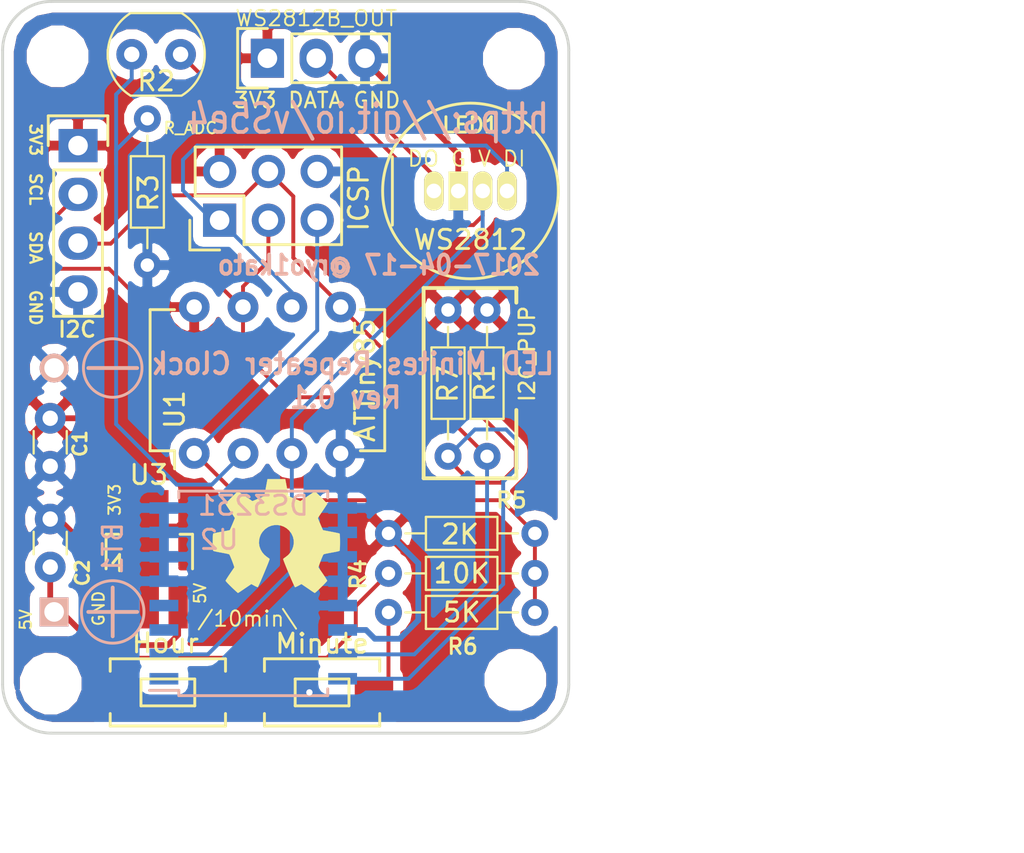
<source format=kicad_pcb>
(kicad_pcb (version 4) (host pcbnew 4.0.6)

  (general
    (links 55)
    (no_connects 0)
    (area 114.579448 73.828 178.513201 122.460182)
    (thickness 1.6)
    (drawings 27)
    (tracks 125)
    (zones 0)
    (modules 24)
    (nets 16)
  )

  (page A4)
  (layers
    (0 F.Cu signal)
    (31 B.Cu signal)
    (34 B.Paste user)
    (35 F.Paste user)
    (36 B.SilkS user)
    (37 F.SilkS user)
    (38 B.Mask user)
    (39 F.Mask user)
    (40 Dwgs.User user)
    (41 Cmts.User user)
    (42 Eco1.User user)
    (43 Eco2.User user)
    (44 Edge.Cuts user)
    (45 Margin user)
  )

  (setup
    (last_trace_width 0.2032)
    (trace_clearance 0.1524)
    (zone_clearance 0.508)
    (zone_45_only no)
    (trace_min 0.1524)
    (segment_width 0.2)
    (edge_width 0.15)
    (via_size 0.6858)
    (via_drill 0.3302)
    (via_min_size 0.6858)
    (via_min_drill 0.3302)
    (uvia_size 0.762)
    (uvia_drill 0.508)
    (uvias_allowed no)
    (uvia_min_size 0)
    (uvia_min_drill 0)
    (pcb_text_width 0.3)
    (pcb_text_size 1.5 1.5)
    (mod_edge_width 0.15)
    (mod_text_size 1 1)
    (mod_text_width 0.15)
    (pad_size 1.524 1.524)
    (pad_drill 0.762)
    (pad_to_mask_clearance 0.2)
    (aux_axis_origin 0 0)
    (visible_elements FFFFFF7F)
    (pcbplotparams
      (layerselection 0x00030_80000001)
      (usegerberextensions false)
      (excludeedgelayer true)
      (linewidth 0.100000)
      (plotframeref false)
      (viasonmask false)
      (mode 1)
      (useauxorigin false)
      (hpglpennumber 1)
      (hpglpenspeed 20)
      (hpglpendiameter 15)
      (hpglpenoverlay 2)
      (psnegative false)
      (psa4output false)
      (plotreference true)
      (plotvalue true)
      (plotinvisibletext false)
      (padsonsilk false)
      (subtractmaskfromsilk false)
      (outputformat 1)
      (mirror false)
      (drillshape 1)
      (scaleselection 1)
      (outputdirectory ""))
  )

  (net 0 "")
  (net 1 +3V3)
  (net 2 GND)
  (net 3 LED_SIG)
  (net 4 "Net-(R4-Pad2)")
  (net 5 RTC_SDA)
  (net 6 RTC_SCL)
  (net 7 PWR_CTRL)
  (net 8 PCELL)
  (net 9 BUTTON/RST)
  (net 10 LED_SIG_OUT)
  (net 11 +5V)
  (net 12 "Net-(U2-Pad1)")
  (net 13 "Net-(U2-Pad3)")
  (net 14 "Net-(U2-Pad4)")
  (net 15 "Net-(R6-Pad2)")

  (net_class Default "This is the default net class."
    (clearance 0.1524)
    (trace_width 0.2032)
    (via_dia 0.6858)
    (via_drill 0.3302)
    (uvia_dia 0.762)
    (uvia_drill 0.508)
    (add_net BUTTON/RST)
    (add_net LED_SIG)
    (add_net LED_SIG_OUT)
    (add_net "Net-(R4-Pad2)")
    (add_net "Net-(R6-Pad2)")
    (add_net "Net-(U2-Pad1)")
    (add_net "Net-(U2-Pad3)")
    (add_net "Net-(U2-Pad4)")
    (add_net PCELL)
    (add_net PWR_CTRL)
    (add_net RTC_SCL)
    (add_net RTC_SDA)
  )

  (net_class Power ""
    (clearance 0.2)
    (trace_width 0.3)
    (via_dia 0.6858)
    (via_drill 0.3302)
    (uvia_dia 0.762)
    (uvia_drill 0.508)
    (add_net +3V3)
    (add_net +5V)
    (add_net GND)
  )

  (module clock-ws2812-schematic-v2:BatteryHolder_3xAAA_Keystone_2479 locked (layer B.Cu) (tedit 58F26176) (tstamp 58F25818)
    (at 127.8382 107.9246)
    (descr "3xAAA cell battery holder, Keystone P/N 2479")
    (tags "AAA battery cell holder")
    (path /58D43E82)
    (fp_text reference BT1 (at 3.048 -3.302 270) (layer B.SilkS)
      (effects (font (size 1 1) (thickness 0.15)) (justify mirror))
    )
    (fp_text value Battery (at -0.254 -6.35 270) (layer B.Fab)
      (effects (font (size 1 1) (thickness 0.15)) (justify mirror))
    )
    (fp_line (start -2.6416 5.9436) (end -2.5908 -31.5468) (layer B.CrtYd) (width 0.15))
    (fp_line (start 50.3936 5.9436) (end 50.3428 -31.5468) (layer B.CrtYd) (width 0.15))
    (fp_circle (center 3.048 -12.7) (end 3.048 -11.176) (layer B.SilkS) (width 0.15))
    (fp_circle (center 3.048 0) (end 1.778 1.016) (layer B.SilkS) (width 0.15))
    (fp_line (start -2.6 -31.55) (end 50.4 -31.55) (layer B.CrtYd) (width 0.15))
    (fp_line (start -2.6 5.95) (end 50.4 5.95) (layer B.CrtYd) (width 0.15))
    (fp_line (start 4.318 -12.7) (end 1.778 -12.7) (layer B.SilkS) (width 0.2))
    (fp_line (start 3.048 1.27) (end 3.048 -1.27) (layer B.SilkS) (width 0.2))
    (fp_line (start 4.318 0) (end 1.778 0) (layer B.SilkS) (width 0.2))
    (pad 1 thru_hole rect (at 0 0) (size 1.5 1.5) (drill 1.02) (layers *.Cu *.Mask B.SilkS)
      (net 11 +5V))
    (pad 2 thru_hole circle (at 0 -12.7) (size 1.5 1.5) (drill 1.02) (layers *.Cu *.Mask B.SilkS)
      (net 2 GND))
  )

  (module Mounting_Holes:MountingHole_2.2mm_M2_ISO7380 (layer F.Cu) (tedit 58F1D519) (tstamp 5902B02E)
    (at 127.6604 111.6584)
    (descr "Mounting Hole 2.2mm, no annular, M2, ISO7380")
    (tags "mounting hole 2.2mm no annular m2 iso7380")
    (fp_text reference REF** (at 0.889 -4.191) (layer F.SilkS) hide
      (effects (font (size 1 1) (thickness 0.15)))
    )
    (fp_text value MountingHole_2.2mm_M2_ISO7380 (at 0 2.75) (layer F.Fab) hide
      (effects (font (size 1 1) (thickness 0.15)))
    )
    (fp_circle (center 0 0) (end 1.75 0) (layer Cmts.User) (width 0.15))
    (fp_circle (center 0 0) (end 2 0) (layer F.CrtYd) (width 0.05))
    (pad 1 np_thru_hole circle (at 0 0) (size 2.2 2.2) (drill 2.2) (layers *.Cu *.Mask))
  )

  (module Mounting_Holes:MountingHole_2.2mm_M2_ISO7380 (layer F.Cu) (tedit 58F1D519) (tstamp 5902B020)
    (at 151.8412 111.4552)
    (descr "Mounting Hole 2.2mm, no annular, M2, ISO7380")
    (tags "mounting hole 2.2mm no annular m2 iso7380")
    (fp_text reference REF** (at 0.889 -4.191) (layer F.SilkS) hide
      (effects (font (size 1 1) (thickness 0.15)))
    )
    (fp_text value MountingHole_2.2mm_M2_ISO7380 (at 0 2.75) (layer F.Fab) hide
      (effects (font (size 1 1) (thickness 0.15)))
    )
    (fp_circle (center 0 0) (end 1.75 0) (layer Cmts.User) (width 0.15))
    (fp_circle (center 0 0) (end 2 0) (layer F.CrtYd) (width 0.05))
    (pad 1 np_thru_hole circle (at 0 0) (size 2.2 2.2) (drill 2.2) (layers *.Cu *.Mask))
  )

  (module Mounting_Holes:MountingHole_2.2mm_M2_ISO7380 (layer F.Cu) (tedit 58F1D519) (tstamp 5902AF75)
    (at 128.016 78.994)
    (descr "Mounting Hole 2.2mm, no annular, M2, ISO7380")
    (tags "mounting hole 2.2mm no annular m2 iso7380")
    (fp_text reference REF** (at 0.889 -4.191) (layer F.SilkS) hide
      (effects (font (size 1 1) (thickness 0.15)))
    )
    (fp_text value MountingHole_2.2mm_M2_ISO7380 (at 0 2.75) (layer F.Fab) hide
      (effects (font (size 1 1) (thickness 0.15)))
    )
    (fp_circle (center 0 0) (end 1.75 0) (layer Cmts.User) (width 0.15))
    (fp_circle (center 0 0) (end 2 0) (layer F.CrtYd) (width 0.05))
    (pad 1 np_thru_hole circle (at 0 0) (size 2.2 2.2) (drill 2.2) (layers *.Cu *.Mask))
  )

  (module Capacitors_THT:C_Disc_D3.0mm_W1.6mm_P2.50mm (layer F.Cu) (tedit 58F1D79D) (tstamp 58ED2DB0)
    (at 127.635 97.8408 270)
    (descr "C, Disc series, Radial, pin pitch=2.50mm, , diameter*width=3.0*1.6mm^2, Capacitor, http://www.vishay.com/docs/45233/krseries.pdf")
    (tags "C Disc series Radial pin pitch 2.50mm  diameter 3.0mm width 1.6mm Capacitor")
    (path /58ED0902)
    (fp_text reference C1 (at 1.3208 -1.5494 270) (layer F.SilkS)
      (effects (font (size 0.7 0.7) (thickness 0.15)))
    )
    (fp_text value 1uF (at 1.27 3.556 270) (layer F.Fab)
      (effects (font (size 0.7 1) (thickness 0.1)))
    )
    (fp_line (start -0.25 -0.8) (end -0.25 0.8) (layer F.Fab) (width 0.1))
    (fp_line (start -0.25 0.8) (end 2.75 0.8) (layer F.Fab) (width 0.1))
    (fp_line (start 2.75 0.8) (end 2.75 -0.8) (layer F.Fab) (width 0.1))
    (fp_line (start 2.75 -0.8) (end -0.25 -0.8) (layer F.Fab) (width 0.1))
    (fp_line (start 0.663 -0.861) (end 1.837 -0.861) (layer F.SilkS) (width 0.12))
    (fp_line (start 0.663 0.861) (end 1.837 0.861) (layer F.SilkS) (width 0.12))
    (fp_line (start -1.05 -1.15) (end -1.05 1.15) (layer F.CrtYd) (width 0.05))
    (fp_line (start -1.05 1.15) (end 3.55 1.15) (layer F.CrtYd) (width 0.05))
    (fp_line (start 3.55 1.15) (end 3.55 -1.15) (layer F.CrtYd) (width 0.05))
    (fp_line (start 3.55 -1.15) (end -1.05 -1.15) (layer F.CrtYd) (width 0.05))
    (pad 1 thru_hole circle (at 0 0 270) (size 1.6 1.6) (drill 0.8) (layers *.Cu *.Mask)
      (net 1 +3V3))
    (pad 2 thru_hole circle (at 2.5 0 270) (size 1.6 1.6) (drill 0.8) (layers *.Cu *.Mask)
      (net 2 GND))
    (model Capacitors_THT.3dshapes/C_Disc_D3.0mm_W1.6mm_P2.50mm.wrl
      (at (xyz 0 0 0))
      (scale (xyz 0.393701 0.393701 0.393701))
      (rotate (xyz 0 0 0))
    )
  )

  (module Capacitors_THT:C_Disc_D3.0mm_W1.6mm_P2.50mm (layer F.Cu) (tedit 58F2636C) (tstamp 58ED2DB6)
    (at 127.635 105.5878 90)
    (descr "C, Disc series, Radial, pin pitch=2.50mm, , diameter*width=3.0*1.6mm^2, Capacitor, http://www.vishay.com/docs/45233/krseries.pdf")
    (tags "C Disc series Radial pin pitch 2.50mm  diameter 3.0mm width 1.6mm Capacitor")
    (path /58ED07EF)
    (fp_text reference C2 (at -0.3048 1.6764 270) (layer F.SilkS)
      (effects (font (size 0.7 0.7) (thickness 0.15)))
    )
    (fp_text value 1uF (at 1.143 -3.81 90) (layer F.Fab)
      (effects (font (size 0.7 1) (thickness 0.1)))
    )
    (fp_line (start -0.25 -0.8) (end -0.25 0.8) (layer F.Fab) (width 0.1))
    (fp_line (start -0.25 0.8) (end 2.75 0.8) (layer F.Fab) (width 0.1))
    (fp_line (start 2.75 0.8) (end 2.75 -0.8) (layer F.Fab) (width 0.1))
    (fp_line (start 2.75 -0.8) (end -0.25 -0.8) (layer F.Fab) (width 0.1))
    (fp_line (start 0.663 -0.861) (end 1.837 -0.861) (layer F.SilkS) (width 0.12))
    (fp_line (start 0.663 0.861) (end 1.837 0.861) (layer F.SilkS) (width 0.12))
    (fp_line (start -1.05 -1.15) (end -1.05 1.15) (layer F.CrtYd) (width 0.05))
    (fp_line (start -1.05 1.15) (end 3.55 1.15) (layer F.CrtYd) (width 0.05))
    (fp_line (start 3.55 1.15) (end 3.55 -1.15) (layer F.CrtYd) (width 0.05))
    (fp_line (start 3.55 -1.15) (end -1.05 -1.15) (layer F.CrtYd) (width 0.05))
    (pad 1 thru_hole circle (at 0 0 90) (size 1.6 1.6) (drill 0.8) (layers *.Cu *.Mask)
      (net 11 +5V))
    (pad 2 thru_hole circle (at 2.5 0 90) (size 1.6 1.6) (drill 0.8) (layers *.Cu *.Mask)
      (net 2 GND))
    (model Capacitors_THT.3dshapes/C_Disc_D3.0mm_W1.6mm_P2.50mm.wrl
      (at (xyz 0 0 0))
      (scale (xyz 0.393701 0.393701 0.393701))
      (rotate (xyz 0 0 0))
    )
  )

  (module Pin_Headers:Pin_Header_Straight_1x04 (layer F.Cu) (tedit 58F2AC09) (tstamp 58ED2DBE)
    (at 129.0828 83.6422)
    (descr "Through hole pin header")
    (tags "pin header")
    (path /58ED0D5F)
    (fp_text reference J3 (at 0.762 9.906 90) (layer F.SilkS) hide
      (effects (font (size 1 1) (thickness 0.15)))
    )
    (fp_text value I2C (at -0.0508 9.5758 180) (layer F.SilkS)
      (effects (font (size 0.8 0.8) (thickness 0.15)))
    )
    (fp_line (start -1.75 -1.75) (end -1.75 9.4) (layer F.CrtYd) (width 0.05))
    (fp_line (start 1.75 -1.75) (end 1.75 9.4) (layer F.CrtYd) (width 0.05))
    (fp_line (start -1.75 -1.75) (end 1.75 -1.75) (layer F.CrtYd) (width 0.05))
    (fp_line (start -1.75 9.4) (end 1.75 9.4) (layer F.CrtYd) (width 0.05))
    (fp_line (start -1.27 1.27) (end -1.27 8.89) (layer F.SilkS) (width 0.15))
    (fp_line (start 1.27 1.27) (end 1.27 8.89) (layer F.SilkS) (width 0.15))
    (fp_line (start 1.55 -1.55) (end 1.55 0) (layer F.SilkS) (width 0.15))
    (fp_line (start -1.27 8.89) (end 1.27 8.89) (layer F.SilkS) (width 0.15))
    (fp_line (start 1.27 1.27) (end -1.27 1.27) (layer F.SilkS) (width 0.15))
    (fp_line (start -1.55 0) (end -1.55 -1.55) (layer F.SilkS) (width 0.15))
    (fp_line (start -1.55 -1.55) (end 1.55 -1.55) (layer F.SilkS) (width 0.15))
    (pad 1 thru_hole rect (at 0 0) (size 2.032 1.7272) (drill 1.016) (layers *.Cu *.Mask)
      (net 1 +3V3))
    (pad 2 thru_hole oval (at 0 2.54) (size 2.032 1.7272) (drill 1.016) (layers *.Cu *.Mask)
      (net 6 RTC_SCL))
    (pad 3 thru_hole oval (at 0 5.08) (size 2.032 1.7272) (drill 1.016) (layers *.Cu *.Mask)
      (net 5 RTC_SDA))
    (pad 4 thru_hole oval (at 0 7.62) (size 2.032 1.7272) (drill 1.016) (layers *.Cu *.Mask)
      (net 2 GND))
    (model Pin_Headers.3dshapes/Pin_Header_Straight_1x04_Pitch2.54mm.wrl
      (at (xyz 0 -0.15 0))
      (scale (xyz 1 1 1))
      (rotate (xyz 0 0 90))
    )
  )

  (module Pin_Headers:Pin_Header_Straight_2x03 (layer F.Cu) (tedit 58F1D153) (tstamp 58ED314C)
    (at 136.4488 87.5284 90)
    (descr "Through hole pin header")
    (tags "pin header")
    (path /58EAB70F)
    (fp_text reference J1 (at -0.127 -2.54 90) (layer F.SilkS) hide
      (effects (font (size 1 1) (thickness 0.15)))
    )
    (fp_text value ICSP (at 1.143 7.239 270) (layer F.SilkS)
      (effects (font (size 1 1) (thickness 0.15)))
    )
    (fp_line (start -1.27 1.27) (end -1.27 6.35) (layer F.SilkS) (width 0.15))
    (fp_line (start -1.55 -1.55) (end 0 -1.55) (layer F.SilkS) (width 0.15))
    (fp_line (start -1.75 -1.75) (end -1.75 6.85) (layer F.CrtYd) (width 0.05))
    (fp_line (start 4.3 -1.75) (end 4.3 6.85) (layer F.CrtYd) (width 0.05))
    (fp_line (start -1.75 -1.75) (end 4.3 -1.75) (layer F.CrtYd) (width 0.05))
    (fp_line (start -1.75 6.85) (end 4.3 6.85) (layer F.CrtYd) (width 0.05))
    (fp_line (start 1.27 -1.27) (end 1.27 1.27) (layer F.SilkS) (width 0.15))
    (fp_line (start 1.27 1.27) (end -1.27 1.27) (layer F.SilkS) (width 0.15))
    (fp_line (start -1.27 6.35) (end 3.81 6.35) (layer F.SilkS) (width 0.15))
    (fp_line (start 3.81 6.35) (end 3.81 1.27) (layer F.SilkS) (width 0.15))
    (fp_line (start -1.55 -1.55) (end -1.55 0) (layer F.SilkS) (width 0.15))
    (fp_line (start 3.81 -1.27) (end 1.27 -1.27) (layer F.SilkS) (width 0.15))
    (fp_line (start 3.81 1.27) (end 3.81 -1.27) (layer F.SilkS) (width 0.15))
    (pad 1 thru_hole rect (at 0 0 90) (size 1.7272 1.7272) (drill 1.016) (layers *.Cu *.Mask)
      (net 3 LED_SIG))
    (pad 2 thru_hole oval (at 2.54 0 90) (size 1.7272 1.7272) (drill 1.016) (layers *.Cu *.Mask)
      (net 1 +3V3))
    (pad 3 thru_hole oval (at 0 2.54 90) (size 1.7272 1.7272) (drill 1.016) (layers *.Cu *.Mask)
      (net 6 RTC_SCL))
    (pad 4 thru_hole oval (at 2.54 2.54 90) (size 1.7272 1.7272) (drill 1.016) (layers *.Cu *.Mask)
      (net 5 RTC_SDA))
    (pad 5 thru_hole oval (at 0 5.08 90) (size 1.7272 1.7272) (drill 1.016) (layers *.Cu *.Mask)
      (net 9 BUTTON/RST))
    (pad 6 thru_hole oval (at 2.54 5.08 90) (size 1.7272 1.7272) (drill 1.016) (layers *.Cu *.Mask)
      (net 2 GND))
    (model Pin_Headers.3dshapes/Pin_Header_Straight_2x03_Pitch2.54mm.wrl
      (at (xyz 0.05 -0.1 0))
      (scale (xyz 1 1 1))
      (rotate (xyz 0 0 270))
    )
  )

  (module Pin_Headers:Pin_Header_Straight_1x03 (layer F.Cu) (tedit 58F1D808) (tstamp 58ED3153)
    (at 138.938 79.0956 90)
    (descr "Through hole pin header")
    (tags "pin header")
    (path /58EA8B21)
    (fp_text reference J2 (at -2.032 -2.286 90) (layer F.SilkS) hide
      (effects (font (size 1 1) (thickness 0.15)))
    )
    (fp_text value WS2812B_OUT (at 2.0828 2.54 180) (layer F.SilkS)
      (effects (font (size 0.8 0.8) (thickness 0.1)))
    )
    (fp_line (start -1.75 -1.75) (end -1.75 6.85) (layer F.CrtYd) (width 0.05))
    (fp_line (start 1.75 -1.75) (end 1.75 6.85) (layer F.CrtYd) (width 0.05))
    (fp_line (start -1.75 -1.75) (end 1.75 -1.75) (layer F.CrtYd) (width 0.05))
    (fp_line (start -1.75 6.85) (end 1.75 6.85) (layer F.CrtYd) (width 0.05))
    (fp_line (start -1.27 1.27) (end -1.27 6.35) (layer F.SilkS) (width 0.15))
    (fp_line (start -1.27 6.35) (end 1.27 6.35) (layer F.SilkS) (width 0.15))
    (fp_line (start 1.27 6.35) (end 1.27 1.27) (layer F.SilkS) (width 0.15))
    (fp_line (start 1.55 -1.55) (end 1.55 0) (layer F.SilkS) (width 0.15))
    (fp_line (start 1.27 1.27) (end -1.27 1.27) (layer F.SilkS) (width 0.15))
    (fp_line (start -1.55 0) (end -1.55 -1.55) (layer F.SilkS) (width 0.15))
    (fp_line (start -1.55 -1.55) (end 1.55 -1.55) (layer F.SilkS) (width 0.15))
    (pad 1 thru_hole rect (at 0 0 90) (size 2.032 1.7272) (drill 1.016) (layers *.Cu *.Mask)
      (net 1 +3V3))
    (pad 2 thru_hole oval (at 0 2.54 90) (size 2.032 1.7272) (drill 1.016) (layers *.Cu *.Mask)
      (net 10 LED_SIG_OUT))
    (pad 3 thru_hole oval (at 0 5.08 90) (size 2.032 1.7272) (drill 1.016) (layers *.Cu *.Mask)
      (net 2 GND))
    (model Pin_Headers.3dshapes/Pin_Header_Straight_1x03_Pitch2.54mm.wrl
      (at (xyz 0 -0.1 0))
      (scale (xyz 1 1 1))
      (rotate (xyz 0 0 90))
    )
  )

  (module Housings_DIP:DIP-8_W7.62mm (layer F.Cu) (tedit 58ED7BE2) (tstamp 58ED31A1)
    (at 135.128 99.6696 90)
    (descr "8-lead dip package, row spacing 7.62 mm (300 mils)")
    (tags "dil dip 2.54 300")
    (path /58D2E7B1)
    (fp_text reference U1 (at 2.286 -1.016 90) (layer F.SilkS)
      (effects (font (size 1 1) (thickness 0.15)))
    )
    (fp_text value ATTiny85 (at 3.81 8.89 90) (layer F.SilkS)
      (effects (font (size 1 1) (thickness 0.15)))
    )
    (fp_line (start -1.05 -2.45) (end -1.05 10.1) (layer F.CrtYd) (width 0.05))
    (fp_line (start 8.65 -2.45) (end 8.65 10.1) (layer F.CrtYd) (width 0.05))
    (fp_line (start -1.05 -2.45) (end 8.65 -2.45) (layer F.CrtYd) (width 0.05))
    (fp_line (start -1.05 10.1) (end 8.65 10.1) (layer F.CrtYd) (width 0.05))
    (fp_line (start 0.135 -2.295) (end 0.135 -1.025) (layer F.SilkS) (width 0.15))
    (fp_line (start 7.485 -2.295) (end 7.485 -1.025) (layer F.SilkS) (width 0.15))
    (fp_line (start 7.485 9.915) (end 7.485 8.645) (layer F.SilkS) (width 0.15))
    (fp_line (start 0.135 9.915) (end 0.135 8.645) (layer F.SilkS) (width 0.15))
    (fp_line (start 0.135 -2.295) (end 7.485 -2.295) (layer F.SilkS) (width 0.15))
    (fp_line (start 0.135 9.915) (end 7.485 9.915) (layer F.SilkS) (width 0.15))
    (fp_line (start 0.135 -1.025) (end -0.8 -1.025) (layer F.SilkS) (width 0.15))
    (pad 1 thru_hole oval (at 0 0 90) (size 1.6 1.6) (drill 0.8) (layers *.Cu *.Mask)
      (net 9 BUTTON/RST))
    (pad 2 thru_hole oval (at 0 2.54 90) (size 1.6 1.6) (drill 0.8) (layers *.Cu *.Mask)
      (net 8 PCELL))
    (pad 3 thru_hole oval (at 0 5.08 90) (size 1.6 1.6) (drill 0.8) (layers *.Cu *.Mask)
      (net 7 PWR_CTRL))
    (pad 4 thru_hole oval (at 0 7.62 90) (size 1.6 1.6) (drill 0.8) (layers *.Cu *.Mask)
      (net 2 GND))
    (pad 5 thru_hole oval (at 7.62 7.62 90) (size 1.6 1.6) (drill 0.8) (layers *.Cu *.Mask)
      (net 5 RTC_SDA))
    (pad 6 thru_hole oval (at 7.62 5.08 90) (size 1.6 1.6) (drill 0.8) (layers *.Cu *.Mask)
      (net 3 LED_SIG))
    (pad 7 thru_hole oval (at 7.62 2.54 90) (size 1.6 1.6) (drill 0.8) (layers *.Cu *.Mask)
      (net 6 RTC_SCL))
    (pad 8 thru_hole oval (at 7.62 0 90) (size 1.6 1.6) (drill 0.8) (layers *.Cu *.Mask)
      (net 1 +3V3))
    (model Housings_DIP.3dshapes/DIP-8_W7.62mm.wrl
      (at (xyz 0 0 0))
      (scale (xyz 1 1 1))
      (rotate (xyz 0 0 0))
    )
  )

  (module Housings_SOIC:SOIC-16W_7.5x10.3mm_Pitch1.27mm (layer B.Cu) (tedit 58ED79A4) (tstamp 58ED31B5)
    (at 138.2014 106.9594)
    (descr "16-Lead Plastic Small Outline (SO) - Wide, 7.50 mm Body [SOIC] (see Microchip Packaging Specification 00000049BS.pdf)")
    (tags "SOIC 1.27")
    (path /58D3F29A)
    (attr smd)
    (fp_text reference U2 (at -1.778 -2.794) (layer B.SilkS)
      (effects (font (size 1 1) (thickness 0.15)) (justify mirror))
    )
    (fp_text value DS3231 (at 0 -4.572) (layer B.SilkS)
      (effects (font (size 1 1) (thickness 0.15)) (justify mirror))
    )
    (fp_line (start -2.75 5.15) (end 3.75 5.15) (layer B.Fab) (width 0.15))
    (fp_line (start 3.75 5.15) (end 3.75 -5.15) (layer B.Fab) (width 0.15))
    (fp_line (start 3.75 -5.15) (end -3.75 -5.15) (layer B.Fab) (width 0.15))
    (fp_line (start -3.75 -5.15) (end -3.75 4.15) (layer B.Fab) (width 0.15))
    (fp_line (start -3.75 4.15) (end -2.75 5.15) (layer B.Fab) (width 0.15))
    (fp_line (start -5.65 5.5) (end -5.65 -5.5) (layer B.CrtYd) (width 0.05))
    (fp_line (start 5.65 5.5) (end 5.65 -5.5) (layer B.CrtYd) (width 0.05))
    (fp_line (start -5.65 5.5) (end 5.65 5.5) (layer B.CrtYd) (width 0.05))
    (fp_line (start -5.65 -5.5) (end 5.65 -5.5) (layer B.CrtYd) (width 0.05))
    (fp_line (start -3.875 5.325) (end -3.875 5.05) (layer B.SilkS) (width 0.15))
    (fp_line (start 3.875 5.325) (end 3.875 4.97) (layer B.SilkS) (width 0.15))
    (fp_line (start 3.875 -5.325) (end 3.875 -4.97) (layer B.SilkS) (width 0.15))
    (fp_line (start -3.875 -5.325) (end -3.875 -4.97) (layer B.SilkS) (width 0.15))
    (fp_line (start -3.875 5.325) (end 3.875 5.325) (layer B.SilkS) (width 0.15))
    (fp_line (start -3.875 -5.325) (end 3.875 -5.325) (layer B.SilkS) (width 0.15))
    (fp_line (start -3.875 5.05) (end -5.4 5.05) (layer B.SilkS) (width 0.15))
    (pad 1 smd rect (at -4.65 4.445) (size 1.5 0.6) (layers B.Cu B.Paste B.Mask)
      (net 12 "Net-(U2-Pad1)"))
    (pad 2 smd rect (at -4.65 3.175) (size 1.5 0.6) (layers B.Cu B.Paste B.Mask)
      (net 7 PWR_CTRL))
    (pad 3 smd rect (at -4.65 1.905) (size 1.5 0.6) (layers B.Cu B.Paste B.Mask)
      (net 13 "Net-(U2-Pad3)"))
    (pad 4 smd rect (at -4.65 0.635) (size 1.5 0.6) (layers B.Cu B.Paste B.Mask)
      (net 14 "Net-(U2-Pad4)"))
    (pad 5 smd rect (at -4.65 -0.635) (size 1.5 0.6) (layers B.Cu B.Paste B.Mask)
      (net 2 GND))
    (pad 6 smd rect (at -4.65 -1.905) (size 1.5 0.6) (layers B.Cu B.Paste B.Mask)
      (net 2 GND))
    (pad 7 smd rect (at -4.65 -3.175) (size 1.5 0.6) (layers B.Cu B.Paste B.Mask)
      (net 2 GND))
    (pad 8 smd rect (at -4.65 -4.445) (size 1.5 0.6) (layers B.Cu B.Paste B.Mask)
      (net 2 GND))
    (pad 9 smd rect (at 4.65 -4.445) (size 1.5 0.6) (layers B.Cu B.Paste B.Mask)
      (net 2 GND))
    (pad 10 smd rect (at 4.65 -3.175) (size 1.5 0.6) (layers B.Cu B.Paste B.Mask)
      (net 2 GND))
    (pad 11 smd rect (at 4.65 -1.905) (size 1.5 0.6) (layers B.Cu B.Paste B.Mask)
      (net 2 GND))
    (pad 12 smd rect (at 4.65 -0.635) (size 1.5 0.6) (layers B.Cu B.Paste B.Mask)
      (net 2 GND))
    (pad 13 smd rect (at 4.65 0.635) (size 1.5 0.6) (layers B.Cu B.Paste B.Mask)
      (net 2 GND))
    (pad 14 smd rect (at 4.65 1.905) (size 1.5 0.6) (layers B.Cu B.Paste B.Mask)
      (net 1 +3V3))
    (pad 15 smd rect (at 4.65 3.175) (size 1.5 0.6) (layers B.Cu B.Paste B.Mask)
      (net 6 RTC_SCL))
    (pad 16 smd rect (at 4.65 4.445) (size 1.5 0.6) (layers B.Cu B.Paste B.Mask)
      (net 5 RTC_SDA))
    (model Housings_SOIC.3dshapes/SOIC-16W_7.5x10.3mm_Pitch1.27mm.wrl
      (at (xyz 0 0 0))
      (scale (xyz 1 1 1))
      (rotate (xyz 0 0 0))
    )
  )

  (module WS2812:WS2812-8mm (layer F.Cu) (tedit 58F1D111) (tstamp 58ED949E)
    (at 149.5044 86.0044 180)
    (path /58ED93FE)
    (fp_text reference LED1 (at 0 3.429 180) (layer F.SilkS)
      (effects (font (size 0.8 0.8) (thickness 0.15)))
    )
    (fp_text value WS2812 (at 0 -2.54 180) (layer F.SilkS)
      (effects (font (size 1 1) (thickness 0.15)))
    )
    (fp_line (start 4.064 -1.778) (end 4.064 1.778) (layer F.SilkS) (width 0.15))
    (fp_circle (center 0 0) (end 4.572 0) (layer F.SilkS) (width 0.15))
    (pad 1 thru_hole oval (at -1.905 0 180) (size 1.016 2.032) (drill 0.762) (layers *.Cu *.Mask F.SilkS)
      (net 3 LED_SIG))
    (pad 2 thru_hole oval (at -0.635 0 180) (size 1.016 2.032) (drill 0.762) (layers *.Cu *.Mask F.SilkS)
      (net 7 PWR_CTRL))
    (pad 3 thru_hole rect (at 0.635 0 180) (size 1.016 2.032) (drill 0.762) (layers *.Cu *.Mask F.SilkS)
      (net 2 GND))
    (pad 4 thru_hole oval (at 1.905 0 180) (size 1.016 2.032) (drill 0.762) (layers *.Cu *.Mask F.SilkS)
      (net 10 LED_SIG_OUT))
    (model LEDs.3dshapes/LED_D8.0mm.wrl
      (at (xyz -0.05 0 -0.1))
      (scale (xyz 0.4 0.4 0.4))
      (rotate (xyz 0 0 0))
    )
  )

  (module Buttons_Switches_SMD:SW_SPST_EVQPE1 (layer F.Cu) (tedit 58F27444) (tstamp 58F1BA11)
    (at 133.7564 112.1156)
    (descr "Light Touch Switch")
    (path /58D30269)
    (attr smd)
    (fp_text reference SW2 (at -0.9 -2.7) (layer F.SilkS) hide
      (effects (font (size 1 1) (thickness 0.15)))
    )
    (fp_text value Hour (at -0.127 -2.5654) (layer F.SilkS)
      (effects (font (size 1 1) (thickness 0.15)))
    )
    (fp_line (start -1.4 -0.7) (end 1.4 -0.7) (layer F.SilkS) (width 0.15))
    (fp_line (start 1.4 -0.7) (end 1.4 0.7) (layer F.SilkS) (width 0.15))
    (fp_line (start 1.4 0.7) (end -1.4 0.7) (layer F.SilkS) (width 0.15))
    (fp_line (start -1.4 0.7) (end -1.4 -0.7) (layer F.SilkS) (width 0.15))
    (fp_line (start -3.95 -2) (end 3.95 -2) (layer F.CrtYd) (width 0.05))
    (fp_line (start 3.95 -2) (end 3.95 2) (layer F.CrtYd) (width 0.05))
    (fp_line (start 3.95 2) (end -3.95 2) (layer F.CrtYd) (width 0.05))
    (fp_line (start -3.95 2) (end -3.95 -2) (layer F.CrtYd) (width 0.05))
    (fp_line (start 3 -1.75) (end 3 -1.1) (layer F.SilkS) (width 0.15))
    (fp_line (start 3 1.75) (end 3 1.1) (layer F.SilkS) (width 0.15))
    (fp_line (start -3 1.1) (end -3 1.75) (layer F.SilkS) (width 0.15))
    (fp_line (start -3 -1.75) (end -3 -1.1) (layer F.SilkS) (width 0.15))
    (fp_line (start 3 -1.75) (end -3 -1.75) (layer F.SilkS) (width 0.15))
    (fp_line (start -3 1.75) (end 3 1.75) (layer F.SilkS) (width 0.15))
    (pad 2 smd rect (at 2.7 0) (size 2 1.6) (layers F.Cu F.Paste F.Mask)
      (net 2 GND))
    (pad 1 smd rect (at -2.7 0) (size 2 1.6) (layers F.Cu F.Paste F.Mask)
      (net 4 "Net-(R4-Pad2)"))
  )

  (module Resistors_THT:R_Axial_DIN0204_L3.6mm_D1.6mm_P7.62mm_Horizontal (layer F.Cu) (tedit 58F27931) (tstamp 58F1C6F7)
    (at 150.368 92.202 270)
    (descr "Resistor, Axial_DIN0204 series, Axial, Horizontal, pin pitch=7.62mm, 0.16666666666666666W = 1/6W, length*diameter=3.6*1.6mm^2, http://cdn-reichelt.de/documents/datenblatt/B400/1_4W%23YAG.pdf")
    (tags "Resistor Axial_DIN0204 series Axial Horizontal pin pitch 7.62mm 0.16666666666666666W = 1/6W length 3.6mm diameter 1.6mm")
    (path /58ED13F2)
    (fp_text reference R1 (at 3.81 0.127 270) (layer F.SilkS)
      (effects (font (size 1 1) (thickness 0.15)))
    )
    (fp_text value I2C_PUP (at 2.286 -2.0828 270) (layer F.SilkS)
      (effects (font (size 0.8 0.8) (thickness 0.125)))
    )
    (fp_line (start 2.01 -0.8) (end 2.01 0.8) (layer F.Fab) (width 0.1))
    (fp_line (start 2.01 0.8) (end 5.61 0.8) (layer F.Fab) (width 0.1))
    (fp_line (start 5.61 0.8) (end 5.61 -0.8) (layer F.Fab) (width 0.1))
    (fp_line (start 5.61 -0.8) (end 2.01 -0.8) (layer F.Fab) (width 0.1))
    (fp_line (start 0 0) (end 2.01 0) (layer F.Fab) (width 0.1))
    (fp_line (start 7.62 0) (end 5.61 0) (layer F.Fab) (width 0.1))
    (fp_line (start 1.95 -0.86) (end 1.95 0.86) (layer F.SilkS) (width 0.12))
    (fp_line (start 1.95 0.86) (end 5.67 0.86) (layer F.SilkS) (width 0.12))
    (fp_line (start 5.67 0.86) (end 5.67 -0.86) (layer F.SilkS) (width 0.12))
    (fp_line (start 5.67 -0.86) (end 1.95 -0.86) (layer F.SilkS) (width 0.12))
    (fp_line (start 0.88 0) (end 1.95 0) (layer F.SilkS) (width 0.12))
    (fp_line (start 6.74 0) (end 5.67 0) (layer F.SilkS) (width 0.12))
    (fp_line (start -0.95 -1.15) (end -0.95 1.15) (layer F.CrtYd) (width 0.05))
    (fp_line (start -0.95 1.15) (end 8.6 1.15) (layer F.CrtYd) (width 0.05))
    (fp_line (start 8.6 1.15) (end 8.6 -1.15) (layer F.CrtYd) (width 0.05))
    (fp_line (start 8.6 -1.15) (end -0.95 -1.15) (layer F.CrtYd) (width 0.05))
    (pad 1 thru_hole circle (at 0 0 270) (size 1.4 1.4) (drill 0.7) (layers *.Cu *.Mask)
      (net 1 +3V3))
    (pad 2 thru_hole oval (at 7.62 0 270) (size 1.4 1.4) (drill 0.7) (layers *.Cu *.Mask)
      (net 6 RTC_SCL))
    (model Resistors_THT.3dshapes/R_Axial_DIN0204_L3.6mm_D1.6mm_P7.62mm_Horizontal.wrl
      (at (xyz 0 0 0))
      (scale (xyz 0.393701 0.393701 0.393701))
      (rotate (xyz 0 0 0))
    )
  )

  (module Opto-Devices:Resistor_LDR_4.9x4.2_RM2.54 (layer F.Cu) (tedit 58F1CADA) (tstamp 58F1C6FD)
    (at 134.4168 78.8924 180)
    (descr "Resistor, LDR 4.9x4.2mm")
    (tags "Resistor LDR4.9x4.2")
    (path /58D2E89F)
    (fp_text reference R2 (at 1.27 -1.397 180) (layer F.SilkS)
      (effects (font (size 1 1) (thickness 0.15)))
    )
    (fp_text value "PHOTO CELL" (at 1.17 3.1 180) (layer F.Fab) hide
      (effects (font (size 1 1) (thickness 0.15)))
    )
    (fp_line (start -0.05 2.15) (end 2.6 2.15) (layer F.SilkS) (width 0.12))
    (fp_line (start -0.05 -2.15) (end 2.6 -2.15) (layer F.SilkS) (width 0.12))
    (fp_line (start 0.87 -1.2) (end 2.17 -1.2) (layer F.Fab) (width 0.1))
    (fp_line (start 1.67 -0.6) (end 0.87 -0.6) (layer F.Fab) (width 0.1))
    (fp_line (start 0.87 0) (end 1.67 0) (layer F.Fab) (width 0.1))
    (fp_line (start 1.67 0.6) (end 0.87 0.6) (layer F.Fab) (width 0.1))
    (fp_line (start 0.37 1.2) (end 1.67 1.2) (layer F.Fab) (width 0.1))
    (fp_line (start 0.37 -1.8) (end 2.17 -1.8) (layer F.Fab) (width 0.1))
    (fp_line (start 2.17 -1.8) (end 2.17 -1.2) (layer F.Fab) (width 0.1))
    (fp_line (start 0.87 -1.2) (end 0.87 -0.6) (layer F.Fab) (width 0.1))
    (fp_line (start 1.67 -0.6) (end 1.67 0) (layer F.Fab) (width 0.1))
    (fp_line (start 0.87 0) (end 0.87 0.6) (layer F.Fab) (width 0.1))
    (fp_line (start 1.67 0.6) (end 1.67 1.2) (layer F.Fab) (width 0.1))
    (fp_line (start 0.37 1.2) (end 0.37 1.8) (layer F.Fab) (width 0.1))
    (fp_line (start 0.37 1.8) (end 2.17 1.8) (layer F.Fab) (width 0.1))
    (fp_line (start 2.57 2.1) (end -0.03 2.1) (layer F.Fab) (width 0.1))
    (fp_line (start -0.03 -2.1) (end 2.57 -2.1) (layer F.Fab) (width 0.1))
    (fp_line (start -1.45 -2.35) (end 3.99 -2.35) (layer F.CrtYd) (width 0.05))
    (fp_line (start -1.45 -2.35) (end -1.45 2.35) (layer F.CrtYd) (width 0.05))
    (fp_line (start 3.99 2.35) (end 3.99 -2.35) (layer F.CrtYd) (width 0.05))
    (fp_line (start 3.99 2.35) (end -1.45 2.35) (layer F.CrtYd) (width 0.05))
    (fp_arc (start 1.25 0) (end -0.05 2.15) (angle 117) (layer F.SilkS) (width 0.12))
    (fp_arc (start 1.25 0) (end 2.6 -2.15) (angle 115) (layer F.SilkS) (width 0.12))
    (fp_arc (start 1.27 0) (end 2.57 -2.1) (angle 115) (layer F.Fab) (width 0.1))
    (fp_arc (start 1.27 0) (end -0.03 2.1) (angle 115) (layer F.Fab) (width 0.1))
    (pad 1 thru_hole circle (at 0 0 180) (size 1.6 1.6) (drill 0.8) (layers *.Cu *.Mask)
      (net 7 PWR_CTRL))
    (pad 2 thru_hole circle (at 2.54 0 180) (size 1.6 1.6) (drill 0.8) (layers *.Cu *.Mask)
      (net 8 PCELL))
  )

  (module Resistors_THT:R_Axial_DIN0204_L3.6mm_D1.6mm_P7.62mm_Horizontal (layer F.Cu) (tedit 58F2538F) (tstamp 58F1C703)
    (at 132.6896 82.2452 270)
    (descr "Resistor, Axial_DIN0204 series, Axial, Horizontal, pin pitch=7.62mm, 0.16666666666666666W = 1/6W, length*diameter=3.6*1.6mm^2, http://cdn-reichelt.de/documents/datenblatt/B400/1_4W%23YAG.pdf")
    (tags "Resistor Axial_DIN0204 series Axial Horizontal pin pitch 7.62mm 0.16666666666666666W = 1/6W length 3.6mm diameter 1.6mm")
    (path /58D2E967)
    (fp_text reference R3 (at 3.8608 -0.0508 450) (layer F.SilkS)
      (effects (font (size 1 1) (thickness 0.15)))
    )
    (fp_text value R_ADC (at 0.4826 -2.2352 360) (layer F.SilkS)
      (effects (font (size 0.6 0.6) (thickness 0.1)))
    )
    (fp_line (start 2.01 -0.8) (end 2.01 0.8) (layer F.Fab) (width 0.1))
    (fp_line (start 2.01 0.8) (end 5.61 0.8) (layer F.Fab) (width 0.1))
    (fp_line (start 5.61 0.8) (end 5.61 -0.8) (layer F.Fab) (width 0.1))
    (fp_line (start 5.61 -0.8) (end 2.01 -0.8) (layer F.Fab) (width 0.1))
    (fp_line (start 0 0) (end 2.01 0) (layer F.Fab) (width 0.1))
    (fp_line (start 7.62 0) (end 5.61 0) (layer F.Fab) (width 0.1))
    (fp_line (start 1.95 -0.86) (end 1.95 0.86) (layer F.SilkS) (width 0.12))
    (fp_line (start 1.95 0.86) (end 5.67 0.86) (layer F.SilkS) (width 0.12))
    (fp_line (start 5.67 0.86) (end 5.67 -0.86) (layer F.SilkS) (width 0.12))
    (fp_line (start 5.67 -0.86) (end 1.95 -0.86) (layer F.SilkS) (width 0.12))
    (fp_line (start 0.88 0) (end 1.95 0) (layer F.SilkS) (width 0.12))
    (fp_line (start 6.74 0) (end 5.67 0) (layer F.SilkS) (width 0.12))
    (fp_line (start -0.95 -1.15) (end -0.95 1.15) (layer F.CrtYd) (width 0.05))
    (fp_line (start -0.95 1.15) (end 8.6 1.15) (layer F.CrtYd) (width 0.05))
    (fp_line (start 8.6 1.15) (end 8.6 -1.15) (layer F.CrtYd) (width 0.05))
    (fp_line (start 8.6 -1.15) (end -0.95 -1.15) (layer F.CrtYd) (width 0.05))
    (pad 1 thru_hole circle (at 0 0 270) (size 1.4 1.4) (drill 0.7) (layers *.Cu *.Mask)
      (net 8 PCELL))
    (pad 2 thru_hole oval (at 7.62 0 270) (size 1.4 1.4) (drill 0.7) (layers *.Cu *.Mask)
      (net 2 GND))
    (model Resistors_THT.3dshapes/R_Axial_DIN0204_L3.6mm_D1.6mm_P7.62mm_Horizontal.wrl
      (at (xyz 0 0 0))
      (scale (xyz 0.393701 0.393701 0.393701))
      (rotate (xyz 0 0 0))
    )
  )

  (module Resistors_THT:R_Axial_DIN0204_L3.6mm_D1.6mm_P7.62mm_Horizontal (layer F.Cu) (tedit 58F1D9A5) (tstamp 58F1C709)
    (at 152.8572 105.918 180)
    (descr "Resistor, Axial_DIN0204 series, Axial, Horizontal, pin pitch=7.62mm, 0.16666666666666666W = 1/6W, length*diameter=3.6*1.6mm^2, http://cdn-reichelt.de/documents/datenblatt/B400/1_4W%23YAG.pdf")
    (tags "Resistor Axial_DIN0204 series Axial Horizontal pin pitch 7.62mm 0.16666666666666666W = 1/6W length 3.6mm diameter 1.6mm")
    (path /58D3092A)
    (fp_text reference R4 (at 9.1948 -0.0508 270) (layer F.SilkS)
      (effects (font (size 0.8 0.8) (thickness 0.15)))
    )
    (fp_text value 10K (at 3.81 0 180) (layer F.SilkS)
      (effects (font (size 1 1) (thickness 0.15)))
    )
    (fp_line (start 2.01 -0.8) (end 2.01 0.8) (layer F.Fab) (width 0.1))
    (fp_line (start 2.01 0.8) (end 5.61 0.8) (layer F.Fab) (width 0.1))
    (fp_line (start 5.61 0.8) (end 5.61 -0.8) (layer F.Fab) (width 0.1))
    (fp_line (start 5.61 -0.8) (end 2.01 -0.8) (layer F.Fab) (width 0.1))
    (fp_line (start 0 0) (end 2.01 0) (layer F.Fab) (width 0.1))
    (fp_line (start 7.62 0) (end 5.61 0) (layer F.Fab) (width 0.1))
    (fp_line (start 1.95 -0.86) (end 1.95 0.86) (layer F.SilkS) (width 0.12))
    (fp_line (start 1.95 0.86) (end 5.67 0.86) (layer F.SilkS) (width 0.12))
    (fp_line (start 5.67 0.86) (end 5.67 -0.86) (layer F.SilkS) (width 0.12))
    (fp_line (start 5.67 -0.86) (end 1.95 -0.86) (layer F.SilkS) (width 0.12))
    (fp_line (start 0.88 0) (end 1.95 0) (layer F.SilkS) (width 0.12))
    (fp_line (start 6.74 0) (end 5.67 0) (layer F.SilkS) (width 0.12))
    (fp_line (start -0.95 -1.15) (end -0.95 1.15) (layer F.CrtYd) (width 0.05))
    (fp_line (start -0.95 1.15) (end 8.6 1.15) (layer F.CrtYd) (width 0.05))
    (fp_line (start 8.6 1.15) (end 8.6 -1.15) (layer F.CrtYd) (width 0.05))
    (fp_line (start 8.6 -1.15) (end -0.95 -1.15) (layer F.CrtYd) (width 0.05))
    (pad 1 thru_hole circle (at 0 0 180) (size 1.4 1.4) (drill 0.7) (layers *.Cu *.Mask)
      (net 9 BUTTON/RST))
    (pad 2 thru_hole oval (at 7.62 0 180) (size 1.4 1.4) (drill 0.7) (layers *.Cu *.Mask)
      (net 4 "Net-(R4-Pad2)"))
    (model Resistors_THT.3dshapes/R_Axial_DIN0204_L3.6mm_D1.6mm_P7.62mm_Horizontal.wrl
      (at (xyz 0 0 0))
      (scale (xyz 0.393701 0.393701 0.393701))
      (rotate (xyz 0 0 0))
    )
  )

  (module Resistors_THT:R_Axial_DIN0204_L3.6mm_D1.6mm_P7.62mm_Horizontal (layer F.Cu) (tedit 58F24986) (tstamp 58F1C70F)
    (at 145.2372 103.8352)
    (descr "Resistor, Axial_DIN0204 series, Axial, Horizontal, pin pitch=7.62mm, 0.16666666666666666W = 1/6W, length*diameter=3.6*1.6mm^2, http://cdn-reichelt.de/documents/datenblatt/B400/1_4W%23YAG.pdf")
    (tags "Resistor Axial_DIN0204 series Axial Horizontal pin pitch 7.62mm 0.16666666666666666W = 1/6W length 3.6mm diameter 1.6mm")
    (path /58D44783)
    (fp_text reference R5 (at 6.4008 -1.7272) (layer F.SilkS)
      (effects (font (size 0.8 0.8) (thickness 0.15)))
    )
    (fp_text value 2K (at 3.727599 0.0516) (layer F.SilkS)
      (effects (font (size 1 1) (thickness 0.15)))
    )
    (fp_line (start 2.01 -0.8) (end 2.01 0.8) (layer F.Fab) (width 0.1))
    (fp_line (start 2.01 0.8) (end 5.61 0.8) (layer F.Fab) (width 0.1))
    (fp_line (start 5.61 0.8) (end 5.61 -0.8) (layer F.Fab) (width 0.1))
    (fp_line (start 5.61 -0.8) (end 2.01 -0.8) (layer F.Fab) (width 0.1))
    (fp_line (start 0 0) (end 2.01 0) (layer F.Fab) (width 0.1))
    (fp_line (start 7.62 0) (end 5.61 0) (layer F.Fab) (width 0.1))
    (fp_line (start 1.95 -0.86) (end 1.95 0.86) (layer F.SilkS) (width 0.12))
    (fp_line (start 1.95 0.86) (end 5.67 0.86) (layer F.SilkS) (width 0.12))
    (fp_line (start 5.67 0.86) (end 5.67 -0.86) (layer F.SilkS) (width 0.12))
    (fp_line (start 5.67 -0.86) (end 1.95 -0.86) (layer F.SilkS) (width 0.12))
    (fp_line (start 0.88 0) (end 1.95 0) (layer F.SilkS) (width 0.12))
    (fp_line (start 6.74 0) (end 5.67 0) (layer F.SilkS) (width 0.12))
    (fp_line (start -0.95 -1.15) (end -0.95 1.15) (layer F.CrtYd) (width 0.05))
    (fp_line (start -0.95 1.15) (end 8.6 1.15) (layer F.CrtYd) (width 0.05))
    (fp_line (start 8.6 1.15) (end 8.6 -1.15) (layer F.CrtYd) (width 0.05))
    (fp_line (start 8.6 -1.15) (end -0.95 -1.15) (layer F.CrtYd) (width 0.05))
    (pad 1 thru_hole circle (at 0 0) (size 1.4 1.4) (drill 0.7) (layers *.Cu *.Mask)
      (net 1 +3V3))
    (pad 2 thru_hole oval (at 7.62 0) (size 1.4 1.4) (drill 0.7) (layers *.Cu *.Mask)
      (net 9 BUTTON/RST))
    (model Resistors_THT.3dshapes/R_Axial_DIN0204_L3.6mm_D1.6mm_P7.62mm_Horizontal.wrl
      (at (xyz 0 0 0))
      (scale (xyz 0.393701 0.393701 0.393701))
      (rotate (xyz 0 0 0))
    )
  )

  (module Resistors_THT:R_Axial_DIN0204_L3.6mm_D1.6mm_P7.62mm_Horizontal (layer F.Cu) (tedit 58F24983) (tstamp 58F1C715)
    (at 152.8572 107.95 180)
    (descr "Resistor, Axial_DIN0204 series, Axial, Horizontal, pin pitch=7.62mm, 0.16666666666666666W = 1/6W, length*diameter=3.6*1.6mm^2, http://cdn-reichelt.de/documents/datenblatt/B400/1_4W%23YAG.pdf")
    (tags "Resistor Axial_DIN0204 series Axial Horizontal pin pitch 7.62mm 0.16666666666666666W = 1/6W length 3.6mm diameter 1.6mm")
    (path /58D44279)
    (fp_text reference R6 (at 3.7592 -1.778 180) (layer F.SilkS)
      (effects (font (size 0.8 0.8) (thickness 0.15)))
    )
    (fp_text value 5K (at 3.81 0 180) (layer F.SilkS)
      (effects (font (size 1 1) (thickness 0.15)))
    )
    (fp_line (start 2.01 -0.8) (end 2.01 0.8) (layer F.Fab) (width 0.1))
    (fp_line (start 2.01 0.8) (end 5.61 0.8) (layer F.Fab) (width 0.1))
    (fp_line (start 5.61 0.8) (end 5.61 -0.8) (layer F.Fab) (width 0.1))
    (fp_line (start 5.61 -0.8) (end 2.01 -0.8) (layer F.Fab) (width 0.1))
    (fp_line (start 0 0) (end 2.01 0) (layer F.Fab) (width 0.1))
    (fp_line (start 7.62 0) (end 5.61 0) (layer F.Fab) (width 0.1))
    (fp_line (start 1.95 -0.86) (end 1.95 0.86) (layer F.SilkS) (width 0.12))
    (fp_line (start 1.95 0.86) (end 5.67 0.86) (layer F.SilkS) (width 0.12))
    (fp_line (start 5.67 0.86) (end 5.67 -0.86) (layer F.SilkS) (width 0.12))
    (fp_line (start 5.67 -0.86) (end 1.95 -0.86) (layer F.SilkS) (width 0.12))
    (fp_line (start 0.88 0) (end 1.95 0) (layer F.SilkS) (width 0.12))
    (fp_line (start 6.74 0) (end 5.67 0) (layer F.SilkS) (width 0.12))
    (fp_line (start -0.95 -1.15) (end -0.95 1.15) (layer F.CrtYd) (width 0.05))
    (fp_line (start -0.95 1.15) (end 8.6 1.15) (layer F.CrtYd) (width 0.05))
    (fp_line (start 8.6 1.15) (end 8.6 -1.15) (layer F.CrtYd) (width 0.05))
    (fp_line (start 8.6 -1.15) (end -0.95 -1.15) (layer F.CrtYd) (width 0.05))
    (pad 1 thru_hole circle (at 0 0 180) (size 1.4 1.4) (drill 0.7) (layers *.Cu *.Mask)
      (net 9 BUTTON/RST))
    (pad 2 thru_hole oval (at 7.62 0 180) (size 1.4 1.4) (drill 0.7) (layers *.Cu *.Mask)
      (net 15 "Net-(R6-Pad2)"))
    (model Resistors_THT.3dshapes/R_Axial_DIN0204_L3.6mm_D1.6mm_P7.62mm_Horizontal.wrl
      (at (xyz 0 0 0))
      (scale (xyz 0.393701 0.393701 0.393701))
      (rotate (xyz 0 0 0))
    )
  )

  (module Resistors_THT:R_Axial_DIN0204_L3.6mm_D1.6mm_P7.62mm_Horizontal (layer F.Cu) (tedit 58F23A5D) (tstamp 58F1C71B)
    (at 148.336 92.202 270)
    (descr "Resistor, Axial_DIN0204 series, Axial, Horizontal, pin pitch=7.62mm, 0.16666666666666666W = 1/6W, length*diameter=3.6*1.6mm^2, http://cdn-reichelt.de/documents/datenblatt/B400/1_4W%23YAG.pdf")
    (tags "Resistor Axial_DIN0204 series Axial Horizontal pin pitch 7.62mm 0.16666666666666666W = 1/6W length 3.6mm diameter 1.6mm")
    (path /58ED13A3)
    (fp_text reference R7 (at 3.848599 0.0146 270) (layer F.SilkS)
      (effects (font (size 1 1) (thickness 0.15)))
    )
    (fp_text value I2C_PUP (at 0.635 2.1844 270) (layer F.Fab)
      (effects (font (size 0.5 0.5) (thickness 0.125)))
    )
    (fp_line (start 2.01 -0.8) (end 2.01 0.8) (layer F.Fab) (width 0.1))
    (fp_line (start 2.01 0.8) (end 5.61 0.8) (layer F.Fab) (width 0.1))
    (fp_line (start 5.61 0.8) (end 5.61 -0.8) (layer F.Fab) (width 0.1))
    (fp_line (start 5.61 -0.8) (end 2.01 -0.8) (layer F.Fab) (width 0.1))
    (fp_line (start 0 0) (end 2.01 0) (layer F.Fab) (width 0.1))
    (fp_line (start 7.62 0) (end 5.61 0) (layer F.Fab) (width 0.1))
    (fp_line (start 1.95 -0.86) (end 1.95 0.86) (layer F.SilkS) (width 0.12))
    (fp_line (start 1.95 0.86) (end 5.67 0.86) (layer F.SilkS) (width 0.12))
    (fp_line (start 5.67 0.86) (end 5.67 -0.86) (layer F.SilkS) (width 0.12))
    (fp_line (start 5.67 -0.86) (end 1.95 -0.86) (layer F.SilkS) (width 0.12))
    (fp_line (start 0.88 0) (end 1.95 0) (layer F.SilkS) (width 0.12))
    (fp_line (start 6.74 0) (end 5.67 0) (layer F.SilkS) (width 0.12))
    (fp_line (start -0.95 -1.15) (end -0.95 1.15) (layer F.CrtYd) (width 0.05))
    (fp_line (start -0.95 1.15) (end 8.6 1.15) (layer F.CrtYd) (width 0.05))
    (fp_line (start 8.6 1.15) (end 8.6 -1.15) (layer F.CrtYd) (width 0.05))
    (fp_line (start 8.6 -1.15) (end -0.95 -1.15) (layer F.CrtYd) (width 0.05))
    (pad 1 thru_hole circle (at 0 0 270) (size 1.4 1.4) (drill 0.7) (layers *.Cu *.Mask)
      (net 1 +3V3))
    (pad 2 thru_hole oval (at 7.62 0 270) (size 1.4 1.4) (drill 0.7) (layers *.Cu *.Mask)
      (net 5 RTC_SDA))
    (model Resistors_THT.3dshapes/R_Axial_DIN0204_L3.6mm_D1.6mm_P7.62mm_Horizontal.wrl
      (at (xyz 0 0 0))
      (scale (xyz 0.393701 0.393701 0.393701))
      (rotate (xyz 0 0 0))
    )
  )

  (module Buttons_Switches_SMD:SW_SPST_EVQPE1 (layer F.Cu) (tedit 58F1D854) (tstamp 58F1C721)
    (at 141.7828 112.1156 180)
    (descr "Light Touch Switch")
    (path /58D2CAE0)
    (attr smd)
    (fp_text reference SW3 (at 1.778 2.667 180) (layer F.SilkS) hide
      (effects (font (size 1 1) (thickness 0.15)))
    )
    (fp_text value Minute (at 0 2.54 180) (layer F.SilkS)
      (effects (font (size 1 1) (thickness 0.15)))
    )
    (fp_line (start -1.4 -0.7) (end 1.4 -0.7) (layer F.SilkS) (width 0.15))
    (fp_line (start 1.4 -0.7) (end 1.4 0.7) (layer F.SilkS) (width 0.15))
    (fp_line (start 1.4 0.7) (end -1.4 0.7) (layer F.SilkS) (width 0.15))
    (fp_line (start -1.4 0.7) (end -1.4 -0.7) (layer F.SilkS) (width 0.15))
    (fp_line (start -3.95 -2) (end 3.95 -2) (layer F.CrtYd) (width 0.05))
    (fp_line (start 3.95 -2) (end 3.95 2) (layer F.CrtYd) (width 0.05))
    (fp_line (start 3.95 2) (end -3.95 2) (layer F.CrtYd) (width 0.05))
    (fp_line (start -3.95 2) (end -3.95 -2) (layer F.CrtYd) (width 0.05))
    (fp_line (start 3 -1.75) (end 3 -1.1) (layer F.SilkS) (width 0.15))
    (fp_line (start 3 1.75) (end 3 1.1) (layer F.SilkS) (width 0.15))
    (fp_line (start -3 1.1) (end -3 1.75) (layer F.SilkS) (width 0.15))
    (fp_line (start -3 -1.75) (end -3 -1.1) (layer F.SilkS) (width 0.15))
    (fp_line (start 3 -1.75) (end -3 -1.75) (layer F.SilkS) (width 0.15))
    (fp_line (start -3 1.75) (end 3 1.75) (layer F.SilkS) (width 0.15))
    (pad 2 smd rect (at 2.7 0 180) (size 2 1.6) (layers F.Cu F.Paste F.Mask)
      (net 2 GND))
    (pad 1 smd rect (at -2.7 0 180) (size 2 1.6) (layers F.Cu F.Paste F.Mask)
      (net 15 "Net-(R6-Pad2)"))
  )

  (module Mounting_Holes:MountingHole_2.2mm_M2_ISO7380 (layer F.Cu) (tedit 58F1D519) (tstamp 5902AF55)
    (at 151.765 79.121)
    (descr "Mounting Hole 2.2mm, no annular, M2, ISO7380")
    (tags "mounting hole 2.2mm no annular m2 iso7380")
    (fp_text reference REF** (at 0.889 -4.191) (layer F.SilkS) hide
      (effects (font (size 1 1) (thickness 0.15)))
    )
    (fp_text value MountingHole_2.2mm_M2_ISO7380 (at 0 2.75) (layer F.Fab) hide
      (effects (font (size 1 1) (thickness 0.15)))
    )
    (fp_circle (center 0 0) (end 1.75 0) (layer Cmts.User) (width 0.15))
    (fp_circle (center 0 0) (end 2 0) (layer F.CrtYd) (width 0.05))
    (pad 1 np_thru_hole circle (at 0 0) (size 2.2 2.2) (drill 2.2) (layers *.Cu *.Mask))
  )

  (module Symbols:OSHW-Symbol_6.7x6mm_SilkScreen (layer F.Cu) (tedit 0) (tstamp 590B1718)
    (at 139.3952 103.9876)
    (descr "Open Source Hardware Symbol")
    (tags "Logo Symbol OSHW")
    (attr virtual)
    (fp_text reference REF*** (at 0 0) (layer F.SilkS) hide
      (effects (font (size 1 1) (thickness 0.15)))
    )
    (fp_text value OSHW-Symbol_6.7x6mm_SilkScreen (at 0.75 0) (layer F.Fab) hide
      (effects (font (size 1 1) (thickness 0.15)))
    )
    (fp_poly (pts (xy 0.555814 -2.531069) (xy 0.639635 -2.086445) (xy 0.94892 -1.958947) (xy 1.258206 -1.831449)
      (xy 1.629246 -2.083754) (xy 1.733157 -2.154004) (xy 1.827087 -2.216728) (xy 1.906652 -2.269062)
      (xy 1.96747 -2.308143) (xy 2.005157 -2.331107) (xy 2.015421 -2.336058) (xy 2.03391 -2.323324)
      (xy 2.07342 -2.288118) (xy 2.129522 -2.234938) (xy 2.197787 -2.168282) (xy 2.273786 -2.092646)
      (xy 2.353092 -2.012528) (xy 2.431275 -1.932426) (xy 2.503907 -1.856836) (xy 2.566559 -1.790255)
      (xy 2.614803 -1.737182) (xy 2.64421 -1.702113) (xy 2.651241 -1.690377) (xy 2.641123 -1.66874)
      (xy 2.612759 -1.621338) (xy 2.569129 -1.552807) (xy 2.513218 -1.467785) (xy 2.448006 -1.370907)
      (xy 2.410219 -1.31565) (xy 2.341343 -1.214752) (xy 2.28014 -1.123701) (xy 2.229578 -1.04703)
      (xy 2.192628 -0.989272) (xy 2.172258 -0.954957) (xy 2.169197 -0.947746) (xy 2.176136 -0.927252)
      (xy 2.195051 -0.879487) (xy 2.223087 -0.811168) (xy 2.257391 -0.729011) (xy 2.295109 -0.63973)
      (xy 2.333387 -0.550042) (xy 2.36937 -0.466662) (xy 2.400206 -0.396306) (xy 2.423039 -0.34569)
      (xy 2.435017 -0.321529) (xy 2.435724 -0.320578) (xy 2.454531 -0.315964) (xy 2.504618 -0.305672)
      (xy 2.580793 -0.290713) (xy 2.677865 -0.272099) (xy 2.790643 -0.250841) (xy 2.856442 -0.238582)
      (xy 2.97695 -0.215638) (xy 3.085797 -0.193805) (xy 3.177476 -0.174278) (xy 3.246481 -0.158252)
      (xy 3.287304 -0.146921) (xy 3.295511 -0.143326) (xy 3.303548 -0.118994) (xy 3.310033 -0.064041)
      (xy 3.31497 0.015108) (xy 3.318364 0.112026) (xy 3.320218 0.220287) (xy 3.320538 0.333465)
      (xy 3.319327 0.445135) (xy 3.31659 0.548868) (xy 3.312331 0.638241) (xy 3.306555 0.706826)
      (xy 3.299267 0.748197) (xy 3.294895 0.75681) (xy 3.268764 0.767133) (xy 3.213393 0.781892)
      (xy 3.136107 0.799352) (xy 3.04423 0.81778) (xy 3.012158 0.823741) (xy 2.857524 0.852066)
      (xy 2.735375 0.874876) (xy 2.641673 0.89308) (xy 2.572384 0.907583) (xy 2.523471 0.919292)
      (xy 2.490897 0.929115) (xy 2.470628 0.937956) (xy 2.458626 0.946724) (xy 2.456947 0.948457)
      (xy 2.440184 0.976371) (xy 2.414614 1.030695) (xy 2.382788 1.104777) (xy 2.34726 1.191965)
      (xy 2.310583 1.285608) (xy 2.275311 1.379052) (xy 2.243996 1.465647) (xy 2.219193 1.53874)
      (xy 2.203454 1.591678) (xy 2.199332 1.617811) (xy 2.199676 1.618726) (xy 2.213641 1.640086)
      (xy 2.245322 1.687084) (xy 2.291391 1.754827) (xy 2.348518 1.838423) (xy 2.413373 1.932982)
      (xy 2.431843 1.959854) (xy 2.497699 2.057275) (xy 2.55565 2.146163) (xy 2.602538 2.221412)
      (xy 2.635207 2.27792) (xy 2.6505 2.310581) (xy 2.651241 2.314593) (xy 2.638392 2.335684)
      (xy 2.602888 2.377464) (xy 2.549293 2.435445) (xy 2.482171 2.505135) (xy 2.406087 2.582045)
      (xy 2.325604 2.661683) (xy 2.245287 2.739561) (xy 2.169699 2.811186) (xy 2.103405 2.87207)
      (xy 2.050969 2.917721) (xy 2.016955 2.94365) (xy 2.007545 2.947883) (xy 1.985643 2.937912)
      (xy 1.9408 2.91102) (xy 1.880321 2.871736) (xy 1.833789 2.840117) (xy 1.749475 2.782098)
      (xy 1.649626 2.713784) (xy 1.549473 2.645579) (xy 1.495627 2.609075) (xy 1.313371 2.4858)
      (xy 1.160381 2.56852) (xy 1.090682 2.604759) (xy 1.031414 2.632926) (xy 0.991311 2.648991)
      (xy 0.981103 2.651226) (xy 0.968829 2.634722) (xy 0.944613 2.588082) (xy 0.910263 2.515609)
      (xy 0.867588 2.421606) (xy 0.818394 2.310374) (xy 0.76449 2.186215) (xy 0.707684 2.053432)
      (xy 0.649782 1.916327) (xy 0.592593 1.779202) (xy 0.537924 1.646358) (xy 0.487584 1.522098)
      (xy 0.44338 1.410725) (xy 0.407119 1.316539) (xy 0.380609 1.243844) (xy 0.365658 1.196941)
      (xy 0.363254 1.180833) (xy 0.382311 1.160286) (xy 0.424036 1.126933) (xy 0.479706 1.087702)
      (xy 0.484378 1.084599) (xy 0.628264 0.969423) (xy 0.744283 0.835053) (xy 0.83143 0.685784)
      (xy 0.888699 0.525913) (xy 0.915086 0.359737) (xy 0.909585 0.191552) (xy 0.87119 0.025655)
      (xy 0.798895 -0.133658) (xy 0.777626 -0.168513) (xy 0.666996 -0.309263) (xy 0.536302 -0.422286)
      (xy 0.390064 -0.506997) (xy 0.232808 -0.562806) (xy 0.069057 -0.589126) (xy -0.096667 -0.58537)
      (xy -0.259838 -0.55095) (xy -0.415935 -0.485277) (xy -0.560433 -0.387765) (xy -0.605131 -0.348187)
      (xy -0.718888 -0.224297) (xy -0.801782 -0.093876) (xy -0.858644 0.052315) (xy -0.890313 0.197088)
      (xy -0.898131 0.35986) (xy -0.872062 0.52344) (xy -0.814755 0.682298) (xy -0.728856 0.830906)
      (xy -0.617014 0.963735) (xy -0.481877 1.075256) (xy -0.464117 1.087011) (xy -0.40785 1.125508)
      (xy -0.365077 1.158863) (xy -0.344628 1.18016) (xy -0.344331 1.180833) (xy -0.348721 1.203871)
      (xy -0.366124 1.256157) (xy -0.394732 1.33339) (xy -0.432735 1.431268) (xy -0.478326 1.545491)
      (xy -0.529697 1.671758) (xy -0.585038 1.805767) (xy -0.642542 1.943218) (xy -0.700399 2.079808)
      (xy -0.756802 2.211237) (xy -0.809942 2.333205) (xy -0.85801 2.441409) (xy -0.899199 2.531549)
      (xy -0.931699 2.599323) (xy -0.953703 2.64043) (xy -0.962564 2.651226) (xy -0.98964 2.642819)
      (xy -1.040303 2.620272) (xy -1.105817 2.587613) (xy -1.141841 2.56852) (xy -1.294832 2.4858)
      (xy -1.477088 2.609075) (xy -1.570125 2.672228) (xy -1.671985 2.741727) (xy -1.767438 2.807165)
      (xy -1.81525 2.840117) (xy -1.882495 2.885273) (xy -1.939436 2.921057) (xy -1.978646 2.942938)
      (xy -1.991381 2.947563) (xy -2.009917 2.935085) (xy -2.050941 2.900252) (xy -2.110475 2.846678)
      (xy -2.184542 2.777983) (xy -2.269165 2.697781) (xy -2.322685 2.646286) (xy -2.416319 2.554286)
      (xy -2.497241 2.471999) (xy -2.562177 2.402945) (xy -2.607858 2.350644) (xy -2.631011 2.318616)
      (xy -2.633232 2.312116) (xy -2.622924 2.287394) (xy -2.594439 2.237405) (xy -2.550937 2.167212)
      (xy -2.495577 2.081875) (xy -2.43152 1.986456) (xy -2.413303 1.959854) (xy -2.346927 1.863167)
      (xy -2.287378 1.776117) (xy -2.237984 1.703595) (xy -2.202075 1.650493) (xy -2.182981 1.621703)
      (xy -2.181136 1.618726) (xy -2.183895 1.595782) (xy -2.198538 1.545336) (xy -2.222513 1.474041)
      (xy -2.253266 1.388547) (xy -2.288244 1.295507) (xy -2.324893 1.201574) (xy -2.360661 1.113399)
      (xy -2.392994 1.037634) (xy -2.419338 0.980931) (xy -2.437142 0.949943) (xy -2.438407 0.948457)
      (xy -2.449294 0.939601) (xy -2.467682 0.930843) (xy -2.497606 0.921277) (xy -2.543103 0.909996)
      (xy -2.608209 0.896093) (xy -2.696961 0.878663) (xy -2.813393 0.856798) (xy -2.961542 0.829591)
      (xy -2.993618 0.823741) (xy -3.088686 0.805374) (xy -3.171565 0.787405) (xy -3.23493 0.771569)
      (xy -3.271458 0.7596) (xy -3.276356 0.75681) (xy -3.284427 0.732072) (xy -3.290987 0.67679)
      (xy -3.296033 0.597389) (xy -3.299559 0.500296) (xy -3.301561 0.391938) (xy -3.302036 0.27874)
      (xy -3.300977 0.167128) (xy -3.298382 0.063529) (xy -3.294246 -0.025632) (xy -3.288563 -0.093928)
      (xy -3.281331 -0.134934) (xy -3.276971 -0.143326) (xy -3.252698 -0.151792) (xy -3.197426 -0.165565)
      (xy -3.116662 -0.18345) (xy -3.015912 -0.204252) (xy -2.900683 -0.226777) (xy -2.837902 -0.238582)
      (xy -2.718787 -0.260849) (xy -2.612565 -0.281021) (xy -2.524427 -0.298085) (xy -2.459566 -0.311031)
      (xy -2.423174 -0.318845) (xy -2.417184 -0.320578) (xy -2.407061 -0.34011) (xy -2.385662 -0.387157)
      (xy -2.355839 -0.454997) (xy -2.320445 -0.536909) (xy -2.282332 -0.626172) (xy -2.244353 -0.716065)
      (xy -2.20936 -0.799865) (xy -2.180206 -0.870853) (xy -2.159743 -0.922306) (xy -2.150823 -0.947503)
      (xy -2.150657 -0.948604) (xy -2.160769 -0.968481) (xy -2.189117 -1.014223) (xy -2.232723 -1.081283)
      (xy -2.288606 -1.165116) (xy -2.353787 -1.261174) (xy -2.391679 -1.31635) (xy -2.460725 -1.417519)
      (xy -2.52205 -1.50937) (xy -2.572663 -1.587256) (xy -2.609571 -1.646531) (xy -2.629782 -1.682549)
      (xy -2.632701 -1.690623) (xy -2.620153 -1.709416) (xy -2.585463 -1.749543) (xy -2.533063 -1.806507)
      (xy -2.467384 -1.875815) (xy -2.392856 -1.952969) (xy -2.313913 -2.033475) (xy -2.234983 -2.112837)
      (xy -2.1605 -2.18656) (xy -2.094894 -2.250148) (xy -2.042596 -2.299106) (xy -2.008039 -2.328939)
      (xy -1.996478 -2.336058) (xy -1.977654 -2.326047) (xy -1.932631 -2.297922) (xy -1.865787 -2.254546)
      (xy -1.781499 -2.198782) (xy -1.684144 -2.133494) (xy -1.610707 -2.083754) (xy -1.239667 -1.831449)
      (xy -0.621095 -2.086445) (xy -0.537275 -2.531069) (xy -0.453454 -2.975693) (xy 0.471994 -2.975693)
      (xy 0.555814 -2.531069)) (layer F.SilkS) (width 0.01))
  )

  (module TO_SOT_Packages_SMD:SOT89-3_Housing_Handsoldering (layer F.Cu) (tedit 58F27800) (tstamp 58F27C7F)
    (at 132.7912 105.1814)
    (descr "SOT89-3, Housing, Handsoldering,")
    (tags "SOT89-3, Housing, Handsoldering,")
    (path /58ECF1D1)
    (attr smd)
    (fp_text reference U3 (at -0.0254 -4.3942) (layer F.SilkS)
      (effects (font (size 1 1) (thickness 0.15)))
    )
    (fp_text value MCP1700T (at 0.127 10.9982) (layer F.Fab)
      (effects (font (size 1 1) (thickness 0.15)))
    )
    (fp_line (start -1.89992 0.20066) (end -1.651 -0.09906) (layer F.SilkS) (width 0.15))
    (fp_line (start -1.651 -0.09906) (end -1.5494 -0.24892) (layer F.SilkS) (width 0.15))
    (fp_line (start -1.5494 -0.24892) (end -1.5494 0.59944) (layer F.SilkS) (width 0.15))
    (fp_line (start -2.25044 -1.30048) (end -2.25044 0.50038) (layer F.SilkS) (width 0.15))
    (fp_line (start -2.25044 -1.30048) (end -1.6002 -1.30048) (layer F.SilkS) (width 0.15))
    (fp_line (start 2.25044 -1.30048) (end 2.25044 0.50038) (layer F.SilkS) (width 0.15))
    (fp_line (start 2.25044 -1.30048) (end 1.6002 -1.30048) (layer F.SilkS) (width 0.15))
    (pad 1 smd rect (at -1.50114 2.35204) (size 1.00076 2.5019) (layers F.Cu F.Paste F.Mask)
      (net 2 GND))
    (pad 2 smd rect (at 0 2.35204) (size 1.00076 2.5019) (layers F.Cu F.Paste F.Mask)
      (net 1 +3V3))
    (pad 3 smd rect (at 1.50114 2.35204) (size 1.00076 2.5019) (layers F.Cu F.Paste F.Mask)
      (net 11 +5V))
    (pad 2 smd rect (at 0 -1.6002) (size 1.99898 4.0005) (layers F.Cu F.Paste F.Mask)
      (net 1 +3V3))
    (pad 2 smd trapezoid (at 0 0.7493 180) (size 1.50114 0.7493) (rect_delta 0 0.50038 ) (layers F.Cu F.Paste F.Mask)
      (net 1 +3V3))
    (model TO_SOT_Packages_SMD.3dshapes/SOT89-3_Housing_Handsoldering.wrl
      (at (xyz 0 0 0))
      (scale (xyz 0.3937 0.3937 0.3937))
      (rotate (xyz 0 0 0))
    )
  )

  (gr_text 5V (at 126.365 108.331 90) (layer F.SilkS)
    (effects (font (size 0.6 0.6) (thickness 0.1)))
  )
  (gr_line (start 151.892 91.059) (end 151.892 91.186) (angle 90) (layer F.SilkS) (width 0.2))
  (gr_line (start 147.066 91.059) (end 151.892 91.059) (angle 90) (layer F.SilkS) (width 0.2))
  (gr_line (start 151.892 91.059) (end 151.892 91.821) (angle 90) (layer F.SilkS) (width 0.2))
  (gr_line (start 147.066 100.965) (end 147.066 91.059) (angle 90) (layer F.SilkS) (width 0.2))
  (gr_line (start 151.892 100.965) (end 147.066 100.965) (angle 90) (layer F.SilkS) (width 0.2))
  (gr_line (start 151.892 97.409) (end 151.892 100.965) (angle 90) (layer F.SilkS) (width 0.2))
  (gr_text "LED Minites Repeater Clock\n Rev 0.1" (at 143.383 95.885) (layer B.SilkS)
    (effects (font (size 1.1 1) (thickness 0.2)) (justify mirror))
  )
  (gr_text https://git.io/vS5e4 (at 144.1704 82.2452) (layer B.SilkS)
    (effects (font (size 1.5 1.2) (thickness 0.2)) (justify mirror))
  )
  (dimension 37.770107 (width 0.3) (layer Eco2.User)
    (gr_text "37.770 mm" (at 161.418799 95.22151 270.2311855) (layer Eco2.User)
      (effects (font (size 1.5 1.5) (thickness 0.3)))
    )
    (feature1 (pts (xy 157.5816 114.1222) (xy 162.844988 114.100963)))
    (feature2 (pts (xy 157.4292 76.3524) (xy 162.692588 76.331163)))
    (crossbar (pts (xy 159.99261 76.342057) (xy 160.14501 114.111857)))
    (arrow1a (pts (xy 160.14501 114.111857) (xy 159.554049 112.987729)))
    (arrow1b (pts (xy 160.14501 114.111857) (xy 160.726881 112.982996)))
    (arrow2a (pts (xy 159.99261 76.342057) (xy 159.410739 77.470918)))
    (arrow2b (pts (xy 159.99261 76.342057) (xy 160.583571 77.466185)))
  )
  (dimension 29.362499 (width 0.3) (layer Eco2.User)
    (gr_text "29.362 mm" (at 139.863152 121.072085 0.1486911355) (layer Eco2.User)
      (effects (font (size 1.5 1.5) (thickness 0.3)))
    )
    (feature1 (pts (xy 154.5336 116.8908) (xy 154.547856 122.383981)))
    (feature2 (pts (xy 125.1712 116.967) (xy 125.185456 122.460181)))
    (crossbar (pts (xy 125.178449 119.76019) (xy 154.540849 119.68399)))
    (arrow1a (pts (xy 154.540849 119.68399) (xy 153.415871 120.273332)))
    (arrow1b (pts (xy 154.540849 119.68399) (xy 153.412827 119.100495)))
    (arrow2a (pts (xy 125.178449 119.76019) (xy 126.306471 120.343685)))
    (arrow2b (pts (xy 125.178449 119.76019) (xy 126.303427 119.170848)))
  )
  (gr_text "DO G V DI" (at 149.3012 84.328) (layer F.SilkS)
    (effects (font (size 0.8 0.8) (thickness 0.1)))
  )
  (gr_text 5V (at 135.4328 106.9594 90) (layer F.SilkS)
    (effects (font (size 0.6 0.6) (thickness 0.1)))
  )
  (gr_text GND (at 130.1496 107.7468 90) (layer F.SilkS)
    (effects (font (size 0.6 0.6) (thickness 0.1)))
  )
  (gr_text "3V3  SCL   SDA   GND" (at 126.873 87.757 270) (layer F.SilkS)
    (effects (font (size 0.6 0.6) (thickness 0.125)))
  )
  (gr_text 3V3 (at 130.9878 102.0826 90) (layer F.SilkS)
    (effects (font (size 0.6 0.6) (thickness 0.1)))
  )
  (gr_line (start 127.6985 114.2365) (end 152.0825 114.2365) (angle 90) (layer Edge.Cuts) (width 0.15))
  (gr_line (start 127.6985 76.1365) (end 152.0825 76.1365) (angle 90) (layer Edge.Cuts) (width 0.15))
  (gr_text "3V3 DATA GND" (at 141.5288 81.28) (layer F.SilkS)
    (effects (font (size 0.8 0.8) (thickness 0.12)))
  )
  (gr_text /10min\ (at 137.8204 108.2802) (layer F.SilkS)
    (effects (font (size 0.8 0.8) (thickness 0.1)))
  )
  (gr_text "2017-04-17 @ryo1kato" (at 144.7292 89.8652) (layer B.SilkS)
    (effects (font (size 1 0.9) (thickness 0.2)) (justify mirror))
  )
  (gr_line (start 154.6225 111.6965) (end 154.6225 78.6765) (angle 90) (layer Edge.Cuts) (width 0.15))
  (gr_line (start 125.1585 78.6765) (end 125.1585 111.6965) (angle 90) (layer Edge.Cuts) (width 0.15))
  (gr_arc (start 127.6985 111.6965) (end 127.6985 114.2365) (angle 90) (layer Edge.Cuts) (width 0.15))
  (gr_arc (start 152.0825 111.6965) (end 154.6225 111.6965) (angle 90) (layer Edge.Cuts) (width 0.15))
  (gr_arc (start 152.0825 78.6765) (end 152.0825 76.1365) (angle 90) (layer Edge.Cuts) (width 0.15))
  (gr_arc (start 127.6985 78.6765) (end 125.1585 78.6765) (angle 90) (layer Edge.Cuts) (width 0.15))

  (segment (start 132.7912 103.5812) (end 132.7912 107.53344) (width 0.3) (layer F.Cu) (net 1))
  (segment (start 127.635 97.8408) (end 129.3368 97.8408) (width 0.3) (layer F.Cu) (net 1))
  (segment (start 132.7912 101.2952) (end 132.7912 103.5812) (width 0.3) (layer F.Cu) (net 1) (tstamp 58F27C9C))
  (segment (start 129.3368 97.8408) (end 132.7912 101.2952) (width 0.3) (layer F.Cu) (net 1) (tstamp 58F27C9A))
  (segment (start 142.8514 108.8644) (end 144.0688 108.8644) (width 0.3) (layer B.Cu) (net 1))
  (segment (start 146.7866 105.3846) (end 145.2372 103.8352) (width 0.3) (layer B.Cu) (net 1) (tstamp 58F268B6))
  (segment (start 146.7866 108.3564) (end 146.7866 105.3846) (width 0.3) (layer B.Cu) (net 1) (tstamp 58F268B3))
  (segment (start 145.8214 109.3216) (end 146.7866 108.3564) (width 0.3) (layer B.Cu) (net 1) (tstamp 58F268B1))
  (segment (start 144.526 109.3216) (end 145.8214 109.3216) (width 0.3) (layer B.Cu) (net 1) (tstamp 58F268B0))
  (segment (start 144.0688 108.8644) (end 144.526 109.3216) (width 0.3) (layer B.Cu) (net 1) (tstamp 58F268AD))
  (segment (start 144.018 79.0956) (end 144.018 79.2226) (width 0.3) (layer F.Cu) (net 2))
  (segment (start 144.018 79.2226) (end 148.8694 84.074) (width 0.3) (layer F.Cu) (net 2) (tstamp 58F27CF2))
  (segment (start 148.8694 84.074) (end 148.8694 86.0044) (width 0.3) (layer F.Cu) (net 2) (tstamp 58F27CF3))
  (segment (start 127.635 103.0878) (end 128.0814 103.0878) (width 0.3) (layer F.Cu) (net 2))
  (segment (start 128.0814 103.0878) (end 131.29006 106.29646) (width 0.3) (layer F.Cu) (net 2) (tstamp 58F27CED))
  (segment (start 131.29006 106.29646) (end 131.29006 107.53344) (width 0.3) (layer F.Cu) (net 2) (tstamp 58F27CEE))
  (segment (start 142.8514 107.5944) (end 141.6812 107.5944) (width 0.3) (layer B.Cu) (net 2))
  (segment (start 141.1224 112.1156) (end 139.0828 112.1156) (width 0.3) (layer F.Cu) (net 2) (tstamp 58F26968))
  (via (at 141.1224 112.1156) (size 0.6858) (drill 0.3302) (layers F.Cu B.Cu) (net 2))
  (segment (start 141.1224 108.1532) (end 141.1224 112.1156) (width 0.3) (layer B.Cu) (net 2) (tstamp 58F26963))
  (segment (start 141.6812 107.5944) (end 141.1224 108.1532) (width 0.3) (layer B.Cu) (net 2) (tstamp 58F2695E))
  (segment (start 136.4564 112.1156) (end 139.0828 112.1156) (width 0.3) (layer F.Cu) (net 2))
  (segment (start 136.4488 87.5284) (end 136.0932 87.5284) (width 0.2032) (layer B.Cu) (net 3))
  (segment (start 136.0932 87.5284) (end 134.5438 85.979) (width 0.2032) (layer B.Cu) (net 3) (tstamp 58F26B9F))
  (segment (start 151.4094 84.7344) (end 151.4094 86.0044) (width 0.2032) (layer B.Cu) (net 3) (tstamp 58F26BAF))
  (segment (start 150.3172 83.6422) (end 151.4094 84.7344) (width 0.2032) (layer B.Cu) (net 3) (tstamp 58F26BAA))
  (segment (start 135.2804 83.6422) (end 150.3172 83.6422) (width 0.2032) (layer B.Cu) (net 3) (tstamp 58F26BA6))
  (segment (start 134.5438 84.3788) (end 135.2804 83.6422) (width 0.2032) (layer B.Cu) (net 3) (tstamp 58F26BA4))
  (segment (start 134.5438 85.979) (end 134.5438 84.3788) (width 0.2032) (layer B.Cu) (net 3) (tstamp 58F26BA1))
  (segment (start 140.208 92.0496) (end 140.208 91.2876) (width 0.2032) (layer B.Cu) (net 3))
  (segment (start 140.208 91.2876) (end 136.4488 87.5284) (width 0.2032) (layer B.Cu) (net 3) (tstamp 58F2664C))
  (segment (start 131.0564 112.1156) (end 131.0564 111.1072) (width 0.2032) (layer F.Cu) (net 4))
  (segment (start 143.5354 107.6198) (end 145.2372 105.918) (width 0.2032) (layer F.Cu) (net 4) (tstamp 58F26491))
  (segment (start 143.5354 108.8136) (end 143.5354 107.6198) (width 0.2032) (layer F.Cu) (net 4) (tstamp 58F2648F))
  (segment (start 142.0368 110.3122) (end 143.5354 108.8136) (width 0.2032) (layer F.Cu) (net 4) (tstamp 58F2648A))
  (segment (start 131.8514 110.3122) (end 142.0368 110.3122) (width 0.2032) (layer F.Cu) (net 4) (tstamp 58F26481))
  (segment (start 131.0564 111.1072) (end 131.8514 110.3122) (width 0.2032) (layer F.Cu) (net 4) (tstamp 58F2647D))
  (segment (start 129.1082 88.7476) (end 130.7846 88.7476) (width 0.2032) (layer F.Cu) (net 5))
  (segment (start 130.7846 88.7476) (end 133.2992 86.233) (width 0.2032) (layer F.Cu) (net 5) (tstamp 58F2667E))
  (segment (start 133.2992 86.233) (end 137.7442 86.233) (width 0.2032) (layer F.Cu) (net 5) (tstamp 58F26687))
  (segment (start 137.7442 86.233) (end 138.9888 84.9884) (width 0.2032) (layer F.Cu) (net 5) (tstamp 58F2668D))
  (segment (start 129.1082 88.7476) (end 129.0828 88.7222) (width 0.2032) (layer F.Cu) (net 5) (tstamp 58F26AC0))
  (segment (start 142.8514 111.4044) (end 146.2786 111.4044) (width 0.2032) (layer B.Cu) (net 5))
  (segment (start 149.733 98.425) (end 148.336 99.822) (width 0.2032) (layer B.Cu) (net 5) (tstamp 58F268A0))
  (segment (start 151.3586 98.425) (end 149.733 98.425) (width 0.2032) (layer B.Cu) (net 5) (tstamp 58F2689E))
  (segment (start 151.892 98.9584) (end 151.3586 98.425) (width 0.2032) (layer B.Cu) (net 5) (tstamp 58F2689B))
  (segment (start 151.892 100.457) (end 151.892 98.9584) (width 0.2032) (layer B.Cu) (net 5) (tstamp 58F2689A))
  (segment (start 151.2062 101.1428) (end 151.892 100.457) (width 0.2032) (layer B.Cu) (net 5) (tstamp 58F26897))
  (segment (start 151.2062 106.4768) (end 151.2062 101.1428) (width 0.2032) (layer B.Cu) (net 5) (tstamp 58F26891))
  (segment (start 146.2786 111.4044) (end 151.2062 106.4768) (width 0.2032) (layer B.Cu) (net 5) (tstamp 58F26887))
  (segment (start 142.748 92.0496) (end 142.748 91.948) (width 0.2032) (layer F.Cu) (net 5))
  (segment (start 142.748 91.948) (end 140.2842 89.4842) (width 0.2032) (layer F.Cu) (net 5) (tstamp 58F2665E))
  (segment (start 140.2842 89.4842) (end 140.2842 86.2838) (width 0.2032) (layer F.Cu) (net 5) (tstamp 58F26660))
  (segment (start 140.2842 86.2838) (end 138.9888 84.9884) (width 0.2032) (layer F.Cu) (net 5) (tstamp 58F26663))
  (segment (start 148.336 99.822) (end 148.336 99.9744) (width 0.2032) (layer F.Cu) (net 5))
  (segment (start 148.336 99.9744) (end 149.5552 101.1936) (width 0.2032) (layer F.Cu) (net 5) (tstamp 58F265ED))
  (segment (start 149.5552 101.1936) (end 151.0792 101.1936) (width 0.2032) (layer F.Cu) (net 5) (tstamp 58F265F1))
  (segment (start 151.0792 101.1936) (end 151.8666 100.4062) (width 0.2032) (layer F.Cu) (net 5) (tstamp 58F265F4))
  (segment (start 151.8666 100.4062) (end 151.8666 99.5172) (width 0.2032) (layer F.Cu) (net 5) (tstamp 58F265F6))
  (segment (start 151.8666 99.5172) (end 148.336 95.9866) (width 0.2032) (layer F.Cu) (net 5) (tstamp 58F265F7))
  (segment (start 148.336 95.9866) (end 146.685 95.9866) (width 0.2032) (layer F.Cu) (net 5) (tstamp 58F265FB))
  (segment (start 146.685 95.9866) (end 142.748 92.0496) (width 0.2032) (layer F.Cu) (net 5) (tstamp 58F26602))
  (segment (start 130.6957 90.0557) (end 128.0795 90.0557) (width 0.2032) (layer F.Cu) (net 6))
  (segment (start 127.2794 87.9856) (end 129.0828 86.1822) (width 0.2032) (layer F.Cu) (net 6) (tstamp 58F26ACB))
  (segment (start 127.2794 89.2556) (end 127.2794 87.9856) (width 0.2032) (layer F.Cu) (net 6) (tstamp 58F26AC8))
  (segment (start 128.0795 90.0557) (end 127.2794 89.2556) (width 0.2032) (layer F.Cu) (net 6) (tstamp 58F26AC5))
  (segment (start 142.8514 110.1344) (end 146.5834 110.1344) (width 0.2032) (layer B.Cu) (net 6))
  (segment (start 150.368 106.3498) (end 150.368 99.822) (width 0.2032) (layer B.Cu) (net 6) (tstamp 58F26750))
  (segment (start 146.5834 110.1344) (end 150.368 106.3498) (width 0.2032) (layer B.Cu) (net 6) (tstamp 58F2674B))
  (segment (start 137.668 92.0496) (end 137.5664 92.0496) (width 0.2032) (layer F.Cu) (net 6))
  (segment (start 137.5664 92.0496) (end 136.0678 90.551) (width 0.2032) (layer F.Cu) (net 6) (tstamp 58F266A0))
  (segment (start 132.0038 91.3638) (end 130.6957 90.0557) (width 0.2032) (layer F.Cu) (net 6) (tstamp 58F266AA))
  (segment (start 130.6957 90.0557) (end 130.683 90.043) (width 0.2032) (layer F.Cu) (net 6) (tstamp 58F26AC3))
  (segment (start 133.2484 91.3638) (end 132.0038 91.3638) (width 0.2032) (layer F.Cu) (net 6) (tstamp 58F266A8))
  (segment (start 134.0612 90.551) (end 133.2484 91.3638) (width 0.2032) (layer F.Cu) (net 6) (tstamp 58F266A5))
  (segment (start 136.0678 90.551) (end 134.0612 90.551) (width 0.2032) (layer F.Cu) (net 6) (tstamp 58F266A2))
  (segment (start 137.668 92.0496) (end 137.668 94.4118) (width 0.2032) (layer F.Cu) (net 6))
  (segment (start 147.2946 96.7486) (end 150.368 99.822) (width 0.2032) (layer F.Cu) (net 6) (tstamp 58F265E4))
  (segment (start 140.0048 96.7486) (end 147.2946 96.7486) (width 0.2032) (layer F.Cu) (net 6) (tstamp 58F265E1))
  (segment (start 137.668 94.4118) (end 140.0048 96.7486) (width 0.2032) (layer F.Cu) (net 6) (tstamp 58F265DA))
  (segment (start 137.668 92.0496) (end 137.668 90.9828) (width 0.2032) (layer F.Cu) (net 6))
  (segment (start 138.9888 89.662) (end 138.9888 87.5284) (width 0.2032) (layer F.Cu) (net 6) (tstamp 58F264CB))
  (segment (start 137.668 90.9828) (end 138.9888 89.662) (width 0.2032) (layer F.Cu) (net 6) (tstamp 58F264C6))
  (segment (start 140.208 99.6696) (end 140.208 105.7656) (width 0.2032) (layer B.Cu) (net 7))
  (segment (start 135.8392 110.1344) (end 133.5514 110.1344) (width 0.2032) (layer B.Cu) (net 7) (tstamp 58F26729))
  (segment (start 140.208 105.7656) (end 135.8392 110.1344) (width 0.2032) (layer B.Cu) (net 7) (tstamp 58F26723))
  (segment (start 150.1394 86.0044) (end 150.1394 87.9602) (width 0.2032) (layer B.Cu) (net 7))
  (segment (start 140.208 97.8916) (end 140.208 99.6696) (width 0.2032) (layer B.Cu) (net 7) (tstamp 58F2671D))
  (segment (start 150.1394 87.9602) (end 140.208 97.8916) (width 0.2032) (layer B.Cu) (net 7) (tstamp 58F26718))
  (segment (start 150.1394 86.0044) (end 150.1394 87.2998) (width 0.2032) (layer F.Cu) (net 7))
  (segment (start 136.4488 80.9244) (end 134.4168 78.8924) (width 0.2032) (layer F.Cu) (net 7) (tstamp 58F265B9))
  (segment (start 142.24 80.9244) (end 136.4488 80.9244) (width 0.2032) (layer F.Cu) (net 7) (tstamp 58F265B6))
  (segment (start 145.9738 84.6582) (end 142.24 80.9244) (width 0.2032) (layer F.Cu) (net 7) (tstamp 58F265B3))
  (segment (start 145.9738 86.6394) (end 145.9738 84.6582) (width 0.2032) (layer F.Cu) (net 7) (tstamp 58F265B1))
  (segment (start 147.1168 87.7824) (end 145.9738 86.6394) (width 0.2032) (layer F.Cu) (net 7) (tstamp 58F265A9))
  (segment (start 149.6568 87.7824) (end 147.1168 87.7824) (width 0.2032) (layer F.Cu) (net 7) (tstamp 58F265A8))
  (segment (start 150.1394 87.2998) (end 149.6568 87.7824) (width 0.2032) (layer F.Cu) (net 7) (tstamp 58F265A5))
  (segment (start 131.064 84.6074) (end 131.064 83.8708) (width 0.2032) (layer B.Cu) (net 8))
  (segment (start 131.064 83.8708) (end 132.6896 82.2452) (width 0.2032) (layer B.Cu) (net 8) (tstamp 58F26B94))
  (segment (start 131.8768 78.8924) (end 131.8768 80.1624) (width 0.2032) (layer B.Cu) (net 8))
  (segment (start 136.0424 101.2952) (end 137.668 99.6696) (width 0.2032) (layer B.Cu) (net 8) (tstamp 58F26B7E))
  (segment (start 134.2136 101.2952) (end 136.0424 101.2952) (width 0.2032) (layer B.Cu) (net 8) (tstamp 58F26B7B))
  (segment (start 131.064 98.1456) (end 134.2136 101.2952) (width 0.2032) (layer B.Cu) (net 8) (tstamp 58F26B56))
  (segment (start 131.064 80.9752) (end 131.064 84.6074) (width 0.2032) (layer B.Cu) (net 8) (tstamp 58F26B51))
  (segment (start 131.064 84.6074) (end 131.064 98.1456) (width 0.2032) (layer B.Cu) (net 8) (tstamp 58F26B92))
  (segment (start 131.8768 80.1624) (end 131.064 80.9752) (width 0.2032) (layer B.Cu) (net 8) (tstamp 58F26B4E))
  (segment (start 141.5288 87.5284) (end 141.5288 93.2688) (width 0.2032) (layer B.Cu) (net 9))
  (segment (start 141.5288 93.2688) (end 135.128 99.6696) (width 0.2032) (layer B.Cu) (net 9) (tstamp 58F2698D))
  (segment (start 135.128 99.6696) (end 135.1788 99.6696) (width 0.2032) (layer F.Cu) (net 9))
  (segment (start 135.1788 99.6696) (end 137.6172 102.108) (width 0.2032) (layer F.Cu) (net 9) (tstamp 58F264A4))
  (segment (start 137.6172 102.108) (end 151.13 102.108) (width 0.2032) (layer F.Cu) (net 9) (tstamp 58F264AC))
  (segment (start 151.13 102.108) (end 152.8572 103.8352) (width 0.2032) (layer F.Cu) (net 9) (tstamp 58F264B1))
  (segment (start 152.8572 107.95) (end 152.8572 105.918) (width 0.2032) (layer F.Cu) (net 9))
  (segment (start 152.8572 105.918) (end 152.8572 103.8352) (width 0.2032) (layer F.Cu) (net 9) (tstamp 58F26410))
  (segment (start 147.5994 86.0044) (end 147.5994 85.217) (width 0.2032) (layer F.Cu) (net 10))
  (segment (start 147.5994 85.217) (end 141.478 79.0956) (width 0.2032) (layer F.Cu) (net 10) (tstamp 58F26505))
  (segment (start 127.8382 107.9246) (end 128.2192 107.9246) (width 0.3) (layer F.Cu) (net 11))
  (segment (start 128.2192 107.9246) (end 129.9464 109.6518) (width 0.3) (layer F.Cu) (net 11) (tstamp 58F27CA2))
  (segment (start 134.29234 109.11586) (end 134.29234 107.53344) (width 0.3) (layer F.Cu) (net 11) (tstamp 58F27CA6))
  (segment (start 133.7564 109.6518) (end 134.29234 109.11586) (width 0.3) (layer F.Cu) (net 11) (tstamp 58F27CA5))
  (segment (start 129.9464 109.6518) (end 133.7564 109.6518) (width 0.3) (layer F.Cu) (net 11) (tstamp 58F27CA3))
  (segment (start 127.635 105.5878) (end 127.635 107.7214) (width 0.3) (layer F.Cu) (net 11))
  (segment (start 127.635 107.7214) (end 127.8382 107.9246) (width 0.3) (layer F.Cu) (net 11) (tstamp 58F2637C))
  (segment (start 145.2372 107.95) (end 145.2372 111.3612) (width 0.2032) (layer F.Cu) (net 15))
  (segment (start 145.2372 111.3612) (end 144.4828 112.1156) (width 0.2032) (layer F.Cu) (net 15) (tstamp 58F26473))

  (zone (net 1) (net_name +3V3) (layer F.Cu) (tstamp 58ED8A9F) (hatch edge 0.508)
    (connect_pads (clearance 0.508))
    (min_thickness 0.254)
    (fill yes (arc_segments 16) (thermal_gap 0.508) (thermal_bridge_width 0.508))
    (polygon
      (pts
        (xy 154.6225 76.1365) (xy 154.6225 114.2365) (xy 125.1585 114.4905) (xy 125.1585 76.1365)
      )
    )
    (filled_polygon
      (pts
        (xy 152.777489 76.998652) (xy 153.36667 77.39233) (xy 153.760348 77.981511) (xy 153.9125 78.746431) (xy 153.9125 103.01866)
        (xy 153.827342 102.891212) (xy 153.394236 102.601821) (xy 152.883354 102.5002) (xy 152.831046 102.5002) (xy 152.608231 102.544521)
        (xy 151.68911 101.6254) (xy 152.387455 100.927055) (xy 152.477601 100.792142) (xy 152.54713 100.688085) (xy 152.6032 100.4062)
        (xy 152.6032 99.5172) (xy 152.54713 99.235315) (xy 152.387455 98.996345) (xy 148.856855 95.465745) (xy 148.617885 95.30607)
        (xy 148.336 95.25) (xy 146.99011 95.25) (xy 144.877385 93.137275) (xy 147.580331 93.137275) (xy 147.642169 93.373042)
        (xy 148.143122 93.549419) (xy 148.67344 93.520664) (xy 149.029831 93.373042) (xy 149.091669 93.137275) (xy 149.612331 93.137275)
        (xy 149.674169 93.373042) (xy 150.175122 93.549419) (xy 150.70544 93.520664) (xy 151.061831 93.373042) (xy 151.123669 93.137275)
        (xy 150.368 92.381605) (xy 149.612331 93.137275) (xy 149.091669 93.137275) (xy 148.336 92.381605) (xy 147.580331 93.137275)
        (xy 144.877385 93.137275) (xy 144.122413 92.382303) (xy 144.183 92.077713) (xy 144.183 92.021487) (xy 144.180541 92.009122)
        (xy 146.988581 92.009122) (xy 147.017336 92.53944) (xy 147.164958 92.895831) (xy 147.400725 92.957669) (xy 148.156395 92.202)
        (xy 148.515605 92.202) (xy 149.188134 92.874528) (xy 149.196958 92.895831) (xy 149.213874 92.900268) (xy 149.271275 92.957669)
        (xy 149.352 92.936496) (xy 149.432725 92.957669) (xy 149.490126 92.900268) (xy 149.507042 92.895831) (xy 149.513823 92.876571)
        (xy 150.188395 92.202) (xy 150.547605 92.202) (xy 151.303275 92.957669) (xy 151.539042 92.895831) (xy 151.715419 92.394878)
        (xy 151.686664 91.86456) (xy 151.539042 91.508169) (xy 151.303275 91.446331) (xy 150.547605 92.202) (xy 150.188395 92.202)
        (xy 149.515866 91.529472) (xy 149.507042 91.508169) (xy 149.490126 91.503732) (xy 149.432725 91.446331) (xy 149.352 91.467504)
        (xy 149.271275 91.446331) (xy 149.213874 91.503732) (xy 149.196958 91.508169) (xy 149.190177 91.527429) (xy 148.515605 92.202)
        (xy 148.156395 92.202) (xy 147.400725 91.446331) (xy 147.164958 91.508169) (xy 146.988581 92.009122) (xy 144.180541 92.009122)
        (xy 144.073767 91.472336) (xy 143.936382 91.266725) (xy 147.580331 91.266725) (xy 148.336 92.022395) (xy 149.091669 91.266725)
        (xy 149.612331 91.266725) (xy 150.368 92.022395) (xy 151.123669 91.266725) (xy 151.061831 91.030958) (xy 150.560878 90.854581)
        (xy 150.03056 90.883336) (xy 149.674169 91.030958) (xy 149.612331 91.266725) (xy 149.091669 91.266725) (xy 149.029831 91.030958)
        (xy 148.528878 90.854581) (xy 147.99856 90.883336) (xy 147.642169 91.030958) (xy 147.580331 91.266725) (xy 143.936382 91.266725)
        (xy 143.762698 91.006789) (xy 143.297151 90.69572) (xy 142.748 90.586487) (xy 142.481256 90.639546) (xy 141.0208 89.17909)
        (xy 141.0208 88.955312) (xy 141.5288 89.056359) (xy 142.102289 88.942285) (xy 142.58847 88.617429) (xy 142.913326 88.131248)
        (xy 143.0274 87.557759) (xy 143.0274 87.499041) (xy 142.913326 86.925552) (xy 142.58847 86.439371) (xy 142.317628 86.2584)
        (xy 142.58847 86.077429) (xy 142.913326 85.591248) (xy 143.0274 85.017759) (xy 143.0274 84.959041) (xy 142.913326 84.385552)
        (xy 142.58847 83.899371) (xy 142.102289 83.574515) (xy 141.5288 83.460441) (xy 140.955311 83.574515) (xy 140.46913 83.899371)
        (xy 140.2588 84.214152) (xy 140.04847 83.899371) (xy 139.562289 83.574515) (xy 138.9888 83.460441) (xy 138.415311 83.574515)
        (xy 137.92913 83.899371) (xy 137.713136 84.222628) (xy 137.655621 84.09991) (xy 137.223747 83.705712) (xy 136.807826 83.533442)
        (xy 136.5758 83.654583) (xy 136.5758 84.8614) (xy 136.5958 84.8614) (xy 136.5958 85.1154) (xy 136.5758 85.1154)
        (xy 136.5758 85.1354) (xy 136.3218 85.1354) (xy 136.3218 85.1154) (xy 135.114331 85.1154) (xy 134.993832 85.347427)
        (xy 135.063652 85.4964) (xy 133.2992 85.4964) (xy 133.017315 85.55247) (xy 132.778345 85.712145) (xy 130.527785 87.962705)
        (xy 130.327215 87.66253) (xy 130.012434 87.4522) (xy 130.327215 87.24187) (xy 130.652071 86.755689) (xy 130.766145 86.1822)
        (xy 130.652071 85.608711) (xy 130.327215 85.12253) (xy 130.30502 85.1077) (xy 130.458498 85.044127) (xy 130.637127 84.865499)
        (xy 130.7338 84.63211) (xy 130.7338 84.629373) (xy 134.993832 84.629373) (xy 135.114331 84.8614) (xy 136.3218 84.8614)
        (xy 136.3218 83.654583) (xy 136.089774 83.533442) (xy 135.673853 83.705712) (xy 135.241979 84.09991) (xy 134.993832 84.629373)
        (xy 130.7338 84.629373) (xy 130.7338 83.92795) (xy 130.57505 83.7692) (xy 129.2098 83.7692) (xy 129.2098 83.7892)
        (xy 128.9558 83.7892) (xy 128.9558 83.7692) (xy 127.59055 83.7692) (xy 127.4318 83.92795) (xy 127.4318 84.63211)
        (xy 127.528473 84.865499) (xy 127.707102 85.044127) (xy 127.86058 85.1077) (xy 127.838385 85.12253) (xy 127.513529 85.608711)
        (xy 127.399455 86.1822) (xy 127.505909 86.717381) (xy 126.758545 87.464745) (xy 126.59887 87.703715) (xy 126.5428 87.9856)
        (xy 126.5428 89.2556) (xy 126.59887 89.537485) (xy 126.758545 89.776455) (xy 127.558645 90.576555) (xy 127.579264 90.590332)
        (xy 127.513529 90.688711) (xy 127.399455 91.2622) (xy 127.513529 91.835689) (xy 127.838385 92.32187) (xy 128.324566 92.646726)
        (xy 128.898055 92.7608) (xy 129.267545 92.7608) (xy 129.841034 92.646726) (xy 130.212319 92.398641) (xy 133.736086 92.398641)
        (xy 133.975611 92.904734) (xy 134.390577 93.280641) (xy 134.778961 93.441504) (xy 135.001 93.319515) (xy 135.001 92.1766)
        (xy 133.857371 92.1766) (xy 133.736086 92.398641) (xy 130.212319 92.398641) (xy 130.327215 92.32187) (xy 130.652071 91.835689)
        (xy 130.766145 91.2622) (xy 130.742719 91.144429) (xy 131.482945 91.884655) (xy 131.721915 92.04433) (xy 132.0038 92.1004)
        (xy 133.2484 92.1004) (xy 133.530285 92.04433) (xy 133.769255 91.884655) (xy 133.812838 91.841072) (xy 133.857371 91.9226)
        (xy 135.001 91.9226) (xy 135.001 91.9026) (xy 135.255 91.9026) (xy 135.255 91.9226) (xy 135.275 91.9226)
        (xy 135.275 92.1766) (xy 135.255 92.1766) (xy 135.255 93.319515) (xy 135.477039 93.441504) (xy 135.865423 93.280641)
        (xy 136.280389 92.904734) (xy 136.383014 92.687897) (xy 136.653302 93.092411) (xy 136.9314 93.27823) (xy 136.9314 94.4118)
        (xy 136.98747 94.693685) (xy 137.147145 94.932655) (xy 139.483945 97.269455) (xy 139.722915 97.42913) (xy 140.0048 97.4852)
        (xy 146.98949 97.4852) (xy 148.026666 98.522376) (xy 147.825118 98.562467) (xy 147.392012 98.851858) (xy 147.102621 99.284964)
        (xy 147.001 99.795846) (xy 147.001 99.848154) (xy 147.102621 100.359036) (xy 147.392012 100.792142) (xy 147.825118 101.081533)
        (xy 148.336 101.183154) (xy 148.47533 101.15544) (xy 148.69129 101.3714) (xy 137.92231 101.3714) (xy 137.681031 101.130121)
        (xy 138.217151 101.02348) (xy 138.682698 100.712411) (xy 138.938 100.330325) (xy 139.193302 100.712411) (xy 139.658849 101.02348)
        (xy 140.208 101.132713) (xy 140.757151 101.02348) (xy 141.222698 100.712411) (xy 141.478 100.330325) (xy 141.733302 100.712411)
        (xy 142.198849 101.02348) (xy 142.748 101.132713) (xy 143.297151 101.02348) (xy 143.762698 100.712411) (xy 144.073767 100.246864)
        (xy 144.183 99.697713) (xy 144.183 99.641487) (xy 144.073767 99.092336) (xy 143.762698 98.626789) (xy 143.297151 98.31572)
        (xy 142.748 98.206487) (xy 142.198849 98.31572) (xy 141.733302 98.626789) (xy 141.478 99.008875) (xy 141.222698 98.626789)
        (xy 140.757151 98.31572) (xy 140.208 98.206487) (xy 139.658849 98.31572) (xy 139.193302 98.626789) (xy 138.938 99.008875)
        (xy 138.682698 98.626789) (xy 138.217151 98.31572) (xy 137.668 98.206487) (xy 137.118849 98.31572) (xy 136.653302 98.626789)
        (xy 136.398 99.008875) (xy 136.142698 98.626789) (xy 135.677151 98.31572) (xy 135.128 98.206487) (xy 134.578849 98.31572)
        (xy 134.113302 98.626789) (xy 133.802233 99.092336) (xy 133.693 99.641487) (xy 133.693 99.697713) (xy 133.802233 100.246864)
        (xy 134.113302 100.712411) (xy 134.578849 101.02348) (xy 135.128 101.132713) (xy 135.521859 101.054369) (xy 137.096345 102.628855)
        (xy 137.335315 102.78853) (xy 137.6172 102.8446) (xy 144.496042 102.8446) (xy 144.481531 102.899925) (xy 145.2372 103.655595)
        (xy 145.992869 102.899925) (xy 145.978358 102.8446) (xy 150.82489 102.8446) (xy 151.549045 103.568755) (xy 151.496046 103.8352)
        (xy 151.597667 104.346082) (xy 151.887058 104.779188) (xy 152.019636 104.867773) (xy 151.726102 105.160796) (xy 151.522432 105.651287)
        (xy 151.521969 106.182383) (xy 151.724782 106.673229) (xy 151.985224 106.934126) (xy 151.726102 107.192796) (xy 151.522432 107.683287)
        (xy 151.521969 108.214383) (xy 151.724782 108.705229) (xy 152.099996 109.081098) (xy 152.590487 109.284768) (xy 153.121583 109.285231)
        (xy 153.612429 109.082418) (xy 153.9125 108.78287) (xy 153.9125 111.626569) (xy 153.760348 112.391489) (xy 153.36667 112.98067)
        (xy 152.777489 113.374348) (xy 152.012569 113.5265) (xy 145.676993 113.5265) (xy 145.718117 113.518762) (xy 145.934241 113.37969)
        (xy 146.079231 113.16749) (xy 146.13024 112.9156) (xy 146.13024 111.798799) (xy 150.105899 111.798799) (xy 150.369481 112.436715)
        (xy 150.857118 112.925204) (xy 151.494573 113.189899) (xy 152.184799 113.190501) (xy 152.822715 112.926919) (xy 153.311204 112.439282)
        (xy 153.575899 111.801827) (xy 153.576501 111.111601) (xy 153.312919 110.473685) (xy 152.825282 109.985196) (xy 152.187827 109.720501)
        (xy 151.497601 109.719899) (xy 150.859685 109.983481) (xy 150.371196 110.471118) (xy 150.106501 111.108573) (xy 150.105899 111.798799)
        (xy 146.13024 111.798799) (xy 146.13024 111.3156) (xy 146.085962 111.080283) (xy 145.9738 110.905978) (xy 145.9738 109.050035)
        (xy 146.207342 108.893988) (xy 146.496733 108.460882) (xy 146.598354 107.95) (xy 146.496733 107.439118) (xy 146.207342 107.006012)
        (xy 146.099568 106.934) (xy 146.207342 106.861988) (xy 146.496733 106.428882) (xy 146.598354 105.918) (xy 146.496733 105.407118)
        (xy 146.207342 104.974012) (xy 145.979427 104.821725) (xy 145.992869 104.770475) (xy 145.2372 104.014805) (xy 144.481531 104.770475)
        (xy 144.494973 104.821725) (xy 144.267058 104.974012) (xy 143.977667 105.407118) (xy 143.876046 105.918) (xy 143.929045 106.184445)
        (xy 143.014545 107.098945) (xy 142.85487 107.337915) (xy 142.7988 107.6198) (xy 142.7988 108.50849) (xy 141.73169 109.5756)
        (xy 134.911122 109.5756) (xy 135.017585 109.416266) (xy 135.023112 109.388479) (xy 135.028037 109.387552) (xy 135.244161 109.24848)
        (xy 135.389151 109.03628) (xy 135.44016 108.78439) (xy 135.44016 106.28249) (xy 135.395882 106.047173) (xy 135.25681 105.831049)
        (xy 135.04461 105.686059) (xy 134.79272 105.63505) (xy 134.42569 105.63505) (xy 134.42569 105.616226) (xy 134.439153 105.573937)
        (xy 134.42569 105.496517) (xy 134.42569 103.86695) (xy 134.26694 103.7082) (xy 132.9182 103.7082) (xy 132.9182 107.40644)
        (xy 132.9382 107.40644) (xy 132.9382 107.66044) (xy 132.9182 107.66044) (xy 132.9182 107.68044) (xy 132.6642 107.68044)
        (xy 132.6642 107.66044) (xy 132.6442 107.66044) (xy 132.6442 107.40644) (xy 132.6642 107.40644) (xy 132.6642 103.7082)
        (xy 131.31546 103.7082) (xy 131.15671 103.86695) (xy 131.15671 105.052953) (xy 129.74608 103.642322) (xy 143.889781 103.642322)
        (xy 143.918536 104.17264) (xy 144.066158 104.529031) (xy 144.301925 104.590869) (xy 145.057595 103.8352) (xy 145.416805 103.8352)
        (xy 146.172475 104.590869) (xy 146.408242 104.529031) (xy 146.584619 104.028078) (xy 146.555864 103.49776) (xy 146.408242 103.141369)
        (xy 146.172475 103.079531) (xy 145.416805 103.8352) (xy 145.057595 103.8352) (xy 144.301925 103.079531) (xy 144.066158 103.141369)
        (xy 143.889781 103.642322) (xy 129.74608 103.642322) (xy 129.070106 102.966348) (xy 129.070248 102.803613) (xy 128.852243 102.276)
        (xy 128.448923 101.871976) (xy 128.068914 101.714182) (xy 128.4468 101.558043) (xy 128.550383 101.45464) (xy 131.15671 101.45464)
        (xy 131.15671 103.29545) (xy 131.31546 103.4542) (xy 132.6642 103.4542) (xy 132.6642 101.1047) (xy 132.9182 101.1047)
        (xy 132.9182 103.4542) (xy 134.26694 103.4542) (xy 134.42569 103.29545) (xy 134.42569 101.45464) (xy 134.329017 101.221251)
        (xy 134.150388 101.042623) (xy 133.916999 100.94595) (xy 133.07695 100.94595) (xy 132.9182 101.1047) (xy 132.6642 101.1047)
        (xy 132.50545 100.94595) (xy 131.665401 100.94595) (xy 131.432012 101.042623) (xy 131.253383 101.221251) (xy 131.15671 101.45464)
        (xy 128.550383 101.45464) (xy 128.850824 101.154723) (xy 129.06975 100.627491) (xy 129.070248 100.056613) (xy 128.852243 99.529)
        (xy 128.448923 99.124976) (xy 128.382456 99.097377) (xy 128.389005 99.094664) (xy 128.463139 98.848545) (xy 127.635 98.020405)
        (xy 126.806861 98.848545) (xy 126.880995 99.094664) (xy 126.887483 99.096996) (xy 126.8232 99.123557) (xy 126.419176 99.526877)
        (xy 126.20025 100.054109) (xy 126.199752 100.624987) (xy 126.417757 101.1526) (xy 126.821077 101.556624) (xy 127.201086 101.714418)
        (xy 126.8232 101.870557) (xy 126.419176 102.273877) (xy 126.20025 102.801109) (xy 126.199752 103.371987) (xy 126.417757 103.8996)
        (xy 126.821077 104.303624) (xy 126.902931 104.337613) (xy 126.8232 104.370557) (xy 126.419176 104.773877) (xy 126.20025 105.301109)
        (xy 126.199752 105.871987) (xy 126.417757 106.3996) (xy 126.69239 106.674712) (xy 126.636759 106.71051) (xy 126.491769 106.92271)
        (xy 126.44076 107.1746) (xy 126.44076 108.6746) (xy 126.485038 108.909917) (xy 126.62411 109.126041) (xy 126.83631 109.271031)
        (xy 127.0882 109.32204) (xy 128.506482 109.32204) (xy 129.391321 110.206879) (xy 129.645994 110.377045) (xy 129.9464 110.4368)
        (xy 130.68509 110.4368) (xy 130.535545 110.586345) (xy 130.480878 110.66816) (xy 130.0564 110.66816) (xy 129.821083 110.712438)
        (xy 129.604959 110.85151) (xy 129.459969 111.06371) (xy 129.40896 111.3156) (xy 129.40896 112.9156) (xy 129.453238 113.150917)
        (xy 129.59231 113.367041) (xy 129.80451 113.512031) (xy 129.87596 113.5265) (xy 127.768431 113.5265) (xy 127.003511 113.374348)
        (xy 126.41433 112.98067) (xy 126.020652 112.391489) (xy 125.95996 112.086368) (xy 126.188681 112.639915) (xy 126.676318 113.128404)
        (xy 127.313773 113.393099) (xy 128.003999 113.393701) (xy 128.641915 113.130119) (xy 129.130404 112.642482) (xy 129.395099 112.005027)
        (xy 129.395701 111.314801) (xy 129.132119 110.676885) (xy 128.644482 110.188396) (xy 128.007027 109.923701) (xy 127.316801 109.923099)
        (xy 126.678885 110.186681) (xy 126.190396 110.674318) (xy 125.925701 111.311773) (xy 125.925178 111.911508) (xy 125.8685 111.626569)
        (xy 125.8685 97.624023) (xy 126.188035 97.624023) (xy 126.215222 98.194254) (xy 126.381136 98.594805) (xy 126.627255 98.668939)
        (xy 127.455395 97.8408) (xy 127.814605 97.8408) (xy 128.642745 98.668939) (xy 128.888864 98.594805) (xy 129.081965 98.057577)
        (xy 129.054778 97.487346) (xy 128.888864 97.086795) (xy 128.642745 97.012661) (xy 127.814605 97.8408) (xy 127.455395 97.8408)
        (xy 126.627255 97.012661) (xy 126.381136 97.086795) (xy 126.188035 97.624023) (xy 125.8685 97.624023) (xy 125.8685 95.498885)
        (xy 126.45296 95.498885) (xy 126.663369 96.008115) (xy 127.052636 96.398061) (xy 127.194632 96.457023) (xy 126.880995 96.586936)
        (xy 126.806861 96.833055) (xy 127.635 97.661195) (xy 128.463139 96.833055) (xy 128.389005 96.586936) (xy 128.270771 96.544438)
        (xy 128.621715 96.399431) (xy 129.011661 96.010164) (xy 129.222959 95.501302) (xy 129.22344 94.950315) (xy 129.013031 94.441085)
        (xy 128.623764 94.051139) (xy 128.114902 93.839841) (xy 127.563915 93.83936) (xy 127.054685 94.049769) (xy 126.664739 94.439036)
        (xy 126.453441 94.947898) (xy 126.45296 95.498885) (xy 125.8685 95.498885) (xy 125.8685 82.65229) (xy 127.4318 82.65229)
        (xy 127.4318 83.35645) (xy 127.59055 83.5152) (xy 128.9558 83.5152) (xy 128.9558 82.30235) (xy 129.2098 82.30235)
        (xy 129.2098 83.5152) (xy 130.57505 83.5152) (xy 130.7338 83.35645) (xy 130.7338 82.65229) (xy 130.674689 82.509583)
        (xy 131.354369 82.509583) (xy 131.557182 83.000429) (xy 131.932396 83.376298) (xy 132.422887 83.579968) (xy 132.953983 83.580431)
        (xy 133.444829 83.377618) (xy 133.820698 83.002404) (xy 134.024368 82.511913) (xy 134.024831 81.980817) (xy 133.822018 81.489971)
        (xy 133.446804 81.114102) (xy 132.956313 80.910432) (xy 132.425217 80.909969) (xy 131.934371 81.112782) (xy 131.558502 81.487996)
        (xy 131.354832 81.978487) (xy 131.354369 82.509583) (xy 130.674689 82.509583) (xy 130.637127 82.418901) (xy 130.458498 82.240273)
        (xy 130.225109 82.1436) (xy 129.36855 82.1436) (xy 129.2098 82.30235) (xy 128.9558 82.30235) (xy 128.79705 82.1436)
        (xy 127.940491 82.1436) (xy 127.707102 82.240273) (xy 127.528473 82.418901) (xy 127.4318 82.65229) (xy 125.8685 82.65229)
        (xy 125.8685 79.337599) (xy 126.280699 79.337599) (xy 126.544281 79.975515) (xy 127.031918 80.464004) (xy 127.669373 80.728699)
        (xy 128.359599 80.729301) (xy 128.997515 80.465719) (xy 129.486004 79.978082) (xy 129.750699 79.340627) (xy 129.750842 79.176587)
        (xy 130.441552 79.176587) (xy 130.659557 79.7042) (xy 131.062877 80.108224) (xy 131.590109 80.32715) (xy 132.160987 80.327648)
        (xy 132.6886 80.109643) (xy 133.092624 79.706323) (xy 133.146662 79.576185) (xy 133.199557 79.7042) (xy 133.602877 80.108224)
        (xy 134.130109 80.32715) (xy 134.700987 80.327648) (xy 134.778366 80.295676) (xy 135.927945 81.445255) (xy 136.166915 81.60493)
        (xy 136.4488 81.661) (xy 141.93489 81.661) (xy 145.2372 84.96331) (xy 145.2372 86.6394) (xy 145.29327 86.921285)
        (xy 145.452945 87.160255) (xy 146.595945 88.303255) (xy 146.834915 88.46293) (xy 147.1168 88.519) (xy 149.6568 88.519)
        (xy 149.938685 88.46293) (xy 150.177655 88.303255) (xy 150.660255 87.820655) (xy 150.81993 87.581685) (xy 150.834424 87.508818)
        (xy 150.971993 87.600739) (xy 151.4094 87.687745) (xy 151.846807 87.600739) (xy 152.217623 87.352968) (xy 152.465394 86.982152)
        (xy 152.5524 86.544745) (xy 152.5524 85.464055) (xy 152.465394 85.026648) (xy 152.217623 84.655832) (xy 151.846807 84.408061)
        (xy 151.4094 84.321055) (xy 150.971993 84.408061) (xy 150.7744 84.540088) (xy 150.576807 84.408061) (xy 150.1394 84.321055)
        (xy 149.701993 84.408061) (xy 149.677143 84.424665) (xy 149.6544 84.409126) (xy 149.6544 84.074) (xy 149.594645 83.773594)
        (xy 149.424479 83.518921) (xy 145.461734 79.556176) (xy 145.479949 79.464599) (xy 150.029699 79.464599) (xy 150.293281 80.102515)
        (xy 150.780918 80.591004) (xy 151.418373 80.855699) (xy 152.108599 80.856301) (xy 152.746515 80.592719) (xy 153.235004 80.105082)
        (xy 153.499699 79.467627) (xy 153.500301 78.777401) (xy 153.236719 78.139485) (xy 152.749082 77.650996) (xy 152.111627 77.386301)
        (xy 151.421401 77.385699) (xy 150.783485 77.649281) (xy 150.294996 78.136918) (xy 150.030301 78.774373) (xy 150.029699 79.464599)
        (xy 145.479949 79.464599) (xy 145.5166 79.280345) (xy 145.5166 78.910855) (xy 145.402526 78.337366) (xy 145.07767 77.851185)
        (xy 144.591489 77.526329) (xy 144.018 77.412255) (xy 143.444511 77.526329) (xy 142.95833 77.851185) (xy 142.748 78.165966)
        (xy 142.53767 77.851185) (xy 142.051489 77.526329) (xy 141.478 77.412255) (xy 140.904511 77.526329) (xy 140.41833 77.851185)
        (xy 140.4035 77.87338) (xy 140.339927 77.719902) (xy 140.161299 77.541273) (xy 139.92791 77.4446) (xy 139.22375 77.4446)
        (xy 139.065 77.60335) (xy 139.065 78.9686) (xy 139.085 78.9686) (xy 139.085 79.2226) (xy 139.065 79.2226)
        (xy 139.065 79.2426) (xy 138.811 79.2426) (xy 138.811 79.2226) (xy 137.59815 79.2226) (xy 137.4394 79.38135)
        (xy 137.4394 80.1878) (xy 136.75391 80.1878) (xy 135.820347 79.254237) (xy 135.85155 79.179091) (xy 135.852048 78.608213)
        (xy 135.634043 78.0806) (xy 135.506956 77.953291) (xy 137.4394 77.953291) (xy 137.4394 78.80985) (xy 137.59815 78.9686)
        (xy 138.811 78.9686) (xy 138.811 77.60335) (xy 138.65225 77.4446) (xy 137.94809 77.4446) (xy 137.714701 77.541273)
        (xy 137.536073 77.719902) (xy 137.4394 77.953291) (xy 135.506956 77.953291) (xy 135.230723 77.676576) (xy 134.703491 77.45765)
        (xy 134.132613 77.457152) (xy 133.605 77.675157) (xy 133.200976 78.078477) (xy 133.146938 78.208615) (xy 133.094043 78.0806)
        (xy 132.690723 77.676576) (xy 132.163491 77.45765) (xy 131.592613 77.457152) (xy 131.065 77.675157) (xy 130.660976 78.078477)
        (xy 130.44205 78.605709) (xy 130.441552 79.176587) (xy 129.750842 79.176587) (xy 129.751301 78.650401) (xy 129.487719 78.012485)
        (xy 129.000082 77.523996) (xy 128.362627 77.259301) (xy 127.672401 77.258699) (xy 127.034485 77.522281) (xy 126.545996 78.009918)
        (xy 126.281301 78.647373) (xy 126.280699 79.337599) (xy 125.8685 79.337599) (xy 125.8685 78.746431) (xy 126.020652 77.981511)
        (xy 126.41433 77.39233) (xy 127.003511 76.998652) (xy 127.768431 76.8465) (xy 152.012569 76.8465)
      )
    )
  )
  (zone (net 2) (net_name GND) (layer B.Cu) (tstamp 58ED8A9F) (hatch edge 0.508)
    (connect_pads (clearance 0.508))
    (min_thickness 0.254)
    (fill yes (arc_segments 16) (thermal_gap 0.508) (thermal_bridge_width 0.508))
    (polygon
      (pts
        (xy 125.1585 114.4905) (xy 125.1585 76.1365) (xy 154.6225 76.1365) (xy 154.6225 114.2365)
      )
    )
    (filled_polygon
      (pts
        (xy 152.777489 76.998652) (xy 153.36667 77.39233) (xy 153.760348 77.981511) (xy 153.9125 78.746431) (xy 153.9125 103.01866)
        (xy 153.827342 102.891212) (xy 153.394236 102.601821) (xy 152.883354 102.5002) (xy 152.831046 102.5002) (xy 152.320164 102.601821)
        (xy 151.9428 102.853967) (xy 151.9428 101.44791) (xy 152.412855 100.977855) (xy 152.490992 100.860915) (xy 152.57253 100.738885)
        (xy 152.6286 100.457) (xy 152.6286 98.958405) (xy 152.628601 98.9584) (xy 152.572531 98.676516) (xy 152.412855 98.437545)
        (xy 151.879455 97.904145) (xy 151.640485 97.74447) (xy 151.3586 97.6884) (xy 149.733 97.6884) (xy 149.451115 97.74447)
        (xy 149.212145 97.904145) (xy 148.602445 98.513845) (xy 148.336 98.460846) (xy 147.825118 98.562467) (xy 147.392012 98.851858)
        (xy 147.102621 99.284964) (xy 147.001 99.795846) (xy 147.001 99.848154) (xy 147.102621 100.359036) (xy 147.392012 100.792142)
        (xy 147.825118 101.081533) (xy 148.336 101.183154) (xy 148.846882 101.081533) (xy 149.279988 100.792142) (xy 149.352 100.684368)
        (xy 149.424012 100.792142) (xy 149.6314 100.930714) (xy 149.6314 106.04469) (xy 147.5716 108.10449) (xy 147.5716 105.3846)
        (xy 147.511845 105.084194) (xy 147.341679 104.829521) (xy 147.341676 104.829519) (xy 146.572005 104.059847) (xy 146.572431 103.570817)
        (xy 146.369618 103.079971) (xy 145.994404 102.704102) (xy 145.503913 102.500432) (xy 144.972817 102.499969) (xy 144.481971 102.702782)
        (xy 144.231304 102.953012) (xy 144.2364 102.94071) (xy 144.2364 102.80015) (xy 144.07765 102.6414) (xy 142.9784 102.6414)
        (xy 142.9784 103.6574) (xy 142.9984 103.6574) (xy 142.9984 103.9114) (xy 142.9784 103.9114) (xy 142.9784 104.9274)
        (xy 142.9984 104.9274) (xy 142.9984 105.1814) (xy 142.9784 105.1814) (xy 142.9784 106.1974) (xy 142.9984 106.1974)
        (xy 142.9984 106.4514) (xy 142.9784 106.4514) (xy 142.9784 107.4674) (xy 142.9984 107.4674) (xy 142.9984 107.7214)
        (xy 142.9784 107.7214) (xy 142.9784 107.7414) (xy 142.7244 107.7414) (xy 142.7244 107.7214) (xy 141.62515 107.7214)
        (xy 141.4664 107.88015) (xy 141.4664 108.02071) (xy 141.556206 108.237522) (xy 141.504969 108.31251) (xy 141.45396 108.5644)
        (xy 141.45396 109.1644) (xy 141.498238 109.399717) (xy 141.562078 109.498928) (xy 141.504969 109.58251) (xy 141.45396 109.8344)
        (xy 141.45396 110.4344) (xy 141.498238 110.669717) (xy 141.562078 110.768928) (xy 141.504969 110.85251) (xy 141.45396 111.1044)
        (xy 141.45396 111.7044) (xy 141.498238 111.939717) (xy 141.63731 112.155841) (xy 141.84951 112.300831) (xy 142.1014 112.35184)
        (xy 143.6014 112.35184) (xy 143.836717 112.307562) (xy 144.052841 112.16849) (xy 144.071624 112.141) (xy 146.2786 112.141)
        (xy 146.560485 112.08493) (xy 146.799455 111.925255) (xy 146.925911 111.798799) (xy 150.105899 111.798799) (xy 150.369481 112.436715)
        (xy 150.857118 112.925204) (xy 151.494573 113.189899) (xy 152.184799 113.190501) (xy 152.822715 112.926919) (xy 153.311204 112.439282)
        (xy 153.575899 111.801827) (xy 153.576501 111.111601) (xy 153.312919 110.473685) (xy 152.825282 109.985196) (xy 152.187827 109.720501)
        (xy 151.497601 109.719899) (xy 150.859685 109.983481) (xy 150.371196 110.471118) (xy 150.106501 111.108573) (xy 150.105899 111.798799)
        (xy 146.925911 111.798799) (xy 151.727055 106.997655) (xy 151.766058 106.939283) (xy 151.856 106.804676) (xy 151.985224 106.934126)
        (xy 151.726102 107.192796) (xy 151.522432 107.683287) (xy 151.521969 108.214383) (xy 151.724782 108.705229) (xy 152.099996 109.081098)
        (xy 152.590487 109.284768) (xy 153.121583 109.285231) (xy 153.612429 109.082418) (xy 153.9125 108.78287) (xy 153.9125 111.626569)
        (xy 153.760348 112.391489) (xy 153.36667 112.98067) (xy 152.777489 113.374348) (xy 152.012569 113.5265) (xy 127.768431 113.5265)
        (xy 127.003511 113.374348) (xy 126.41433 112.98067) (xy 126.020652 112.391489) (xy 125.95996 112.086368) (xy 126.188681 112.639915)
        (xy 126.676318 113.128404) (xy 127.313773 113.393099) (xy 128.003999 113.393701) (xy 128.641915 113.130119) (xy 129.130404 112.642482)
        (xy 129.395099 112.005027) (xy 129.395701 111.314801) (xy 129.132119 110.676885) (xy 128.644482 110.188396) (xy 128.007027 109.923701)
        (xy 127.316801 109.923099) (xy 126.678885 110.186681) (xy 126.190396 110.674318) (xy 125.925701 111.311773) (xy 125.925178 111.911508)
        (xy 125.8685 111.626569) (xy 125.8685 105.871987) (xy 126.199752 105.871987) (xy 126.417757 106.3996) (xy 126.69239 106.674712)
        (xy 126.636759 106.71051) (xy 126.491769 106.92271) (xy 126.44076 107.1746) (xy 126.44076 108.6746) (xy 126.485038 108.909917)
        (xy 126.62411 109.126041) (xy 126.83631 109.271031) (xy 127.0882 109.32204) (xy 128.5882 109.32204) (xy 128.823517 109.277762)
        (xy 129.039641 109.13869) (xy 129.184631 108.92649) (xy 129.23564 108.6746) (xy 129.23564 107.1746) (xy 129.191362 106.939283)
        (xy 129.05229 106.723159) (xy 128.84009 106.578169) (xy 128.702069 106.550219) (xy 128.850824 106.401723) (xy 129.06975 105.874491)
        (xy 129.070216 105.34015) (xy 132.1664 105.34015) (xy 132.1664 105.48071) (xy 132.252842 105.6894) (xy 132.1664 105.89809)
        (xy 132.1664 106.03865) (xy 132.32515 106.1974) (xy 133.4244 106.1974) (xy 133.4244 105.1814) (xy 133.6784 105.1814)
        (xy 133.6784 106.1974) (xy 134.77765 106.1974) (xy 134.9364 106.03865) (xy 134.9364 105.89809) (xy 134.849958 105.6894)
        (xy 134.9364 105.48071) (xy 134.9364 105.34015) (xy 134.77765 105.1814) (xy 133.6784 105.1814) (xy 133.4244 105.1814)
        (xy 132.32515 105.1814) (xy 132.1664 105.34015) (xy 129.070216 105.34015) (xy 129.070248 105.303613) (xy 128.852243 104.776)
        (xy 128.448923 104.371976) (xy 128.382456 104.344377) (xy 128.389005 104.341664) (xy 128.463139 104.095545) (xy 128.437745 104.07015)
        (xy 132.1664 104.07015) (xy 132.1664 104.21071) (xy 132.252842 104.4194) (xy 132.1664 104.62809) (xy 132.1664 104.76865)
        (xy 132.32515 104.9274) (xy 133.4244 104.9274) (xy 133.4244 103.9114) (xy 133.6784 103.9114) (xy 133.6784 104.9274)
        (xy 134.77765 104.9274) (xy 134.9364 104.76865) (xy 134.9364 104.62809) (xy 134.849958 104.4194) (xy 134.9364 104.21071)
        (xy 134.9364 104.07015) (xy 134.77765 103.9114) (xy 133.6784 103.9114) (xy 133.4244 103.9114) (xy 132.32515 103.9114)
        (xy 132.1664 104.07015) (xy 128.437745 104.07015) (xy 127.635 103.267405) (xy 126.806861 104.095545) (xy 126.880995 104.341664)
        (xy 126.887483 104.343996) (xy 126.8232 104.370557) (xy 126.419176 104.773877) (xy 126.20025 105.301109) (xy 126.199752 105.871987)
        (xy 125.8685 105.871987) (xy 125.8685 102.871023) (xy 126.188035 102.871023) (xy 126.215222 103.441254) (xy 126.381136 103.841805)
        (xy 126.627255 103.915939) (xy 127.455395 103.0878) (xy 127.814605 103.0878) (xy 128.642745 103.915939) (xy 128.888864 103.841805)
        (xy 129.081965 103.304577) (xy 129.057916 102.80015) (xy 132.1664 102.80015) (xy 132.1664 102.94071) (xy 132.252842 103.1494)
        (xy 132.1664 103.35809) (xy 132.1664 103.49865) (xy 132.32515 103.6574) (xy 133.4244 103.6574) (xy 133.4244 102.6414)
        (xy 133.6784 102.6414) (xy 133.6784 103.6574) (xy 134.77765 103.6574) (xy 134.9364 103.49865) (xy 134.9364 103.35809)
        (xy 134.849958 103.1494) (xy 134.9364 102.94071) (xy 134.9364 102.80015) (xy 134.77765 102.6414) (xy 133.6784 102.6414)
        (xy 133.4244 102.6414) (xy 132.32515 102.6414) (xy 132.1664 102.80015) (xy 129.057916 102.80015) (xy 129.054778 102.734346)
        (xy 128.888864 102.333795) (xy 128.642745 102.259661) (xy 127.814605 103.0878) (xy 127.455395 103.0878) (xy 126.627255 102.259661)
        (xy 126.381136 102.333795) (xy 126.188035 102.871023) (xy 125.8685 102.871023) (xy 125.8685 101.348545) (xy 126.806861 101.348545)
        (xy 126.880995 101.594664) (xy 127.19027 101.70583) (xy 126.880995 101.833936) (xy 126.806861 102.080055) (xy 127.635 102.908195)
        (xy 128.463139 102.080055) (xy 128.389005 101.833936) (xy 128.07973 101.72277) (xy 128.389005 101.594664) (xy 128.463139 101.348545)
        (xy 127.635 100.520405) (xy 126.806861 101.348545) (xy 125.8685 101.348545) (xy 125.8685 100.124023) (xy 126.188035 100.124023)
        (xy 126.215222 100.694254) (xy 126.381136 101.094805) (xy 126.627255 101.168939) (xy 127.455395 100.3408) (xy 127.814605 100.3408)
        (xy 128.642745 101.168939) (xy 128.888864 101.094805) (xy 129.081965 100.557577) (xy 129.054778 99.987346) (xy 128.888864 99.586795)
        (xy 128.642745 99.512661) (xy 127.814605 100.3408) (xy 127.455395 100.3408) (xy 126.627255 99.512661) (xy 126.381136 99.586795)
        (xy 126.188035 100.124023) (xy 125.8685 100.124023) (xy 125.8685 98.124987) (xy 126.199752 98.124987) (xy 126.417757 98.6526)
        (xy 126.821077 99.056624) (xy 126.887544 99.084223) (xy 126.880995 99.086936) (xy 126.806861 99.333055) (xy 127.635 100.161195)
        (xy 128.463139 99.333055) (xy 128.389005 99.086936) (xy 128.382517 99.084604) (xy 128.4468 99.058043) (xy 128.850824 98.654723)
        (xy 129.06975 98.127491) (xy 129.070248 97.556613) (xy 128.852243 97.029) (xy 128.448923 96.624976) (xy 128.278899 96.554376)
        (xy 128.562123 96.43706) (xy 128.630112 96.196117) (xy 127.8382 95.404205) (xy 127.046288 96.196117) (xy 127.114277 96.43706)
        (xy 127.200388 96.467706) (xy 126.8232 96.623557) (xy 126.419176 97.026877) (xy 126.20025 97.554109) (xy 126.199752 98.124987)
        (xy 125.8685 98.124987) (xy 125.8685 95.019771) (xy 126.440999 95.019771) (xy 126.46897 95.570048) (xy 126.62574 95.948523)
        (xy 126.866683 96.016512) (xy 127.658595 95.2246) (xy 128.017805 95.2246) (xy 128.809717 96.016512) (xy 129.05066 95.948523)
        (xy 129.235401 95.429429) (xy 129.20743 94.879152) (xy 129.05066 94.500677) (xy 128.809717 94.432688) (xy 128.017805 95.2246)
        (xy 127.658595 95.2246) (xy 126.866683 94.432688) (xy 126.62574 94.500677) (xy 126.440999 95.019771) (xy 125.8685 95.019771)
        (xy 125.8685 94.253083) (xy 127.046288 94.253083) (xy 127.8382 95.044995) (xy 128.630112 94.253083) (xy 128.562123 94.01214)
        (xy 128.043029 93.827399) (xy 127.492752 93.85537) (xy 127.114277 94.01214) (xy 127.046288 94.253083) (xy 125.8685 94.253083)
        (xy 125.8685 91.621226) (xy 127.475442 91.621226) (xy 127.478091 91.636991) (xy 127.732068 92.164236) (xy 128.16848 92.554154)
        (xy 128.720887 92.747384) (xy 128.9558 92.603124) (xy 128.9558 91.3892) (xy 127.596583 91.3892) (xy 127.475442 91.621226)
        (xy 125.8685 91.621226) (xy 125.8685 86.1822) (xy 127.399455 86.1822) (xy 127.513529 86.755689) (xy 127.838385 87.24187)
        (xy 128.153166 87.4522) (xy 127.838385 87.66253) (xy 127.513529 88.148711) (xy 127.399455 88.7222) (xy 127.513529 89.295689)
        (xy 127.838385 89.78187) (xy 128.147869 89.988661) (xy 127.732068 90.360164) (xy 127.478091 90.887409) (xy 127.475442 90.903174)
        (xy 127.596583 91.1352) (xy 128.9558 91.1352) (xy 128.9558 91.1152) (xy 129.2098 91.1152) (xy 129.2098 91.1352)
        (xy 129.2298 91.1352) (xy 129.2298 91.3892) (xy 129.2098 91.3892) (xy 129.2098 92.603124) (xy 129.444713 92.747384)
        (xy 129.99712 92.554154) (xy 130.3274 92.259061) (xy 130.3274 98.1456) (xy 130.38347 98.427485) (xy 130.543145 98.666455)
        (xy 133.45609 101.5794) (xy 133.424398 101.5794) (xy 133.424398 101.738148) (xy 133.26565 101.5794) (xy 132.675091 101.5794)
        (xy 132.441702 101.676073) (xy 132.263073 101.854701) (xy 132.1664 102.08809) (xy 132.1664 102.22865) (xy 132.32515 102.3874)
        (xy 133.4244 102.3874) (xy 133.4244 102.3674) (xy 133.6784 102.3674) (xy 133.6784 102.3874) (xy 134.77765 102.3874)
        (xy 134.9364 102.22865) (xy 134.9364 102.08809) (xy 134.913084 102.0318) (xy 136.0424 102.0318) (xy 136.324285 101.97573)
        (xy 136.563255 101.816055) (xy 137.316512 101.062798) (xy 137.668 101.132713) (xy 138.217151 101.02348) (xy 138.682698 100.712411)
        (xy 138.938 100.330325) (xy 139.193302 100.712411) (xy 139.4714 100.89823) (xy 139.4714 105.46049) (xy 135.53409 109.3978)
        (xy 134.901575 109.3978) (xy 134.94884 109.1644) (xy 134.94884 108.5644) (xy 134.904562 108.329083) (xy 134.840722 108.229872)
        (xy 134.897831 108.14629) (xy 134.94884 107.8944) (xy 134.94884 107.2944) (xy 134.904562 107.059083) (xy 134.846222 106.96842)
        (xy 134.9364 106.75071) (xy 134.9364 106.61015) (xy 134.77765 106.4514) (xy 133.6784 106.4514) (xy 133.6784 106.4714)
        (xy 133.4244 106.4714) (xy 133.4244 106.4514) (xy 132.32515 106.4514) (xy 132.1664 106.61015) (xy 132.1664 106.75071)
        (xy 132.256206 106.967522) (xy 132.204969 107.04251) (xy 132.15396 107.2944) (xy 132.15396 107.8944) (xy 132.198238 108.129717)
        (xy 132.262078 108.228928) (xy 132.204969 108.31251) (xy 132.15396 108.5644) (xy 132.15396 109.1644) (xy 132.198238 109.399717)
        (xy 132.262078 109.498928) (xy 132.204969 109.58251) (xy 132.15396 109.8344) (xy 132.15396 110.4344) (xy 132.198238 110.669717)
        (xy 132.262078 110.768928) (xy 132.204969 110.85251) (xy 132.15396 111.1044) (xy 132.15396 111.7044) (xy 132.198238 111.939717)
        (xy 132.33731 112.155841) (xy 132.54951 112.300831) (xy 132.8014 112.35184) (xy 134.3014 112.35184) (xy 134.536717 112.307562)
        (xy 134.752841 112.16849) (xy 134.897831 111.95629) (xy 134.94884 111.7044) (xy 134.94884 111.1044) (xy 134.904923 110.871)
        (xy 135.8392 110.871) (xy 136.121085 110.81493) (xy 136.360055 110.655255) (xy 140.40516 106.61015) (xy 141.4664 106.61015)
        (xy 141.4664 106.75071) (xy 141.552842 106.9594) (xy 141.4664 107.16809) (xy 141.4664 107.30865) (xy 141.62515 107.4674)
        (xy 142.7244 107.4674) (xy 142.7244 106.4514) (xy 141.62515 106.4514) (xy 141.4664 106.61015) (xy 140.40516 106.61015)
        (xy 140.728855 106.286455) (xy 140.88853 106.047485) (xy 140.9446 105.7656) (xy 140.9446 105.34015) (xy 141.4664 105.34015)
        (xy 141.4664 105.48071) (xy 141.552842 105.6894) (xy 141.4664 105.89809) (xy 141.4664 106.03865) (xy 141.62515 106.1974)
        (xy 142.7244 106.1974) (xy 142.7244 105.1814) (xy 141.62515 105.1814) (xy 141.4664 105.34015) (xy 140.9446 105.34015)
        (xy 140.9446 104.07015) (xy 141.4664 104.07015) (xy 141.4664 104.21071) (xy 141.552842 104.4194) (xy 141.4664 104.62809)
        (xy 141.4664 104.76865) (xy 141.62515 104.9274) (xy 142.7244 104.9274) (xy 142.7244 103.9114) (xy 141.62515 103.9114)
        (xy 141.4664 104.07015) (xy 140.9446 104.07015) (xy 140.9446 102.80015) (xy 141.4664 102.80015) (xy 141.4664 102.94071)
        (xy 141.552842 103.1494) (xy 141.4664 103.35809) (xy 141.4664 103.49865) (xy 141.62515 103.6574) (xy 142.7244 103.6574)
        (xy 142.7244 102.6414) (xy 141.62515 102.6414) (xy 141.4664 102.80015) (xy 140.9446 102.80015) (xy 140.9446 102.08809)
        (xy 141.4664 102.08809) (xy 141.4664 102.22865) (xy 141.62515 102.3874) (xy 142.7244 102.3874) (xy 142.7244 101.73815)
        (xy 142.9784 101.73815) (xy 142.9784 102.3874) (xy 144.07765 102.3874) (xy 144.2364 102.22865) (xy 144.2364 102.08809)
        (xy 144.139727 101.854701) (xy 143.961098 101.676073) (xy 143.727709 101.5794) (xy 143.13715 101.5794) (xy 142.9784 101.73815)
        (xy 142.7244 101.73815) (xy 142.56565 101.5794) (xy 141.975091 101.5794) (xy 141.741702 101.676073) (xy 141.563073 101.854701)
        (xy 141.4664 102.08809) (xy 140.9446 102.08809) (xy 140.9446 100.89823) (xy 141.222698 100.712411) (xy 141.492986 100.307897)
        (xy 141.595611 100.524734) (xy 142.010577 100.900641) (xy 142.398961 101.061504) (xy 142.621 100.939515) (xy 142.621 99.7966)
        (xy 142.875 99.7966) (xy 142.875 100.939515) (xy 143.097039 101.061504) (xy 143.485423 100.900641) (xy 143.900389 100.524734)
        (xy 144.139914 100.018641) (xy 144.018629 99.7966) (xy 142.875 99.7966) (xy 142.621 99.7966) (xy 142.601 99.7966)
        (xy 142.601 99.5426) (xy 142.621 99.5426) (xy 142.621 98.399685) (xy 142.875 98.399685) (xy 142.875 99.5426)
        (xy 144.018629 99.5426) (xy 144.139914 99.320559) (xy 143.900389 98.814466) (xy 143.485423 98.438559) (xy 143.097039 98.277696)
        (xy 142.875 98.399685) (xy 142.621 98.399685) (xy 142.398961 98.277696) (xy 142.010577 98.438559) (xy 141.595611 98.814466)
        (xy 141.492986 99.031303) (xy 141.222698 98.626789) (xy 140.9446 98.44097) (xy 140.9446 98.19671) (xy 147.001053 92.140257)
        (xy 147.000769 92.466383) (xy 147.203582 92.957229) (xy 147.578796 93.333098) (xy 148.069287 93.536768) (xy 148.600383 93.537231)
        (xy 149.091229 93.334418) (xy 149.352126 93.073976) (xy 149.610796 93.333098) (xy 150.101287 93.536768) (xy 150.632383 93.537231)
        (xy 151.123229 93.334418) (xy 151.499098 92.959204) (xy 151.702768 92.468713) (xy 151.703231 91.937617) (xy 151.500418 91.446771)
        (xy 151.125204 91.070902) (xy 150.634713 90.867232) (xy 150.103617 90.866769) (xy 149.612771 91.069582) (xy 149.351874 91.330024)
        (xy 149.093204 91.070902) (xy 148.602713 90.867232) (xy 148.274364 90.866946) (xy 150.660255 88.481055) (xy 150.71976 88.392)
        (xy 150.81993 88.242085) (xy 150.841977 88.131248) (xy 150.876001 87.9602) (xy 150.876 87.960195) (xy 150.876 87.536599)
        (xy 150.971993 87.600739) (xy 151.4094 87.687745) (xy 151.846807 87.600739) (xy 152.217623 87.352968) (xy 152.465394 86.982152)
        (xy 152.5524 86.544745) (xy 152.5524 85.464055) (xy 152.465394 85.026648) (xy 152.217623 84.655832) (xy 152.116998 84.588597)
        (xy 152.08993 84.452515) (xy 151.930255 84.213545) (xy 150.838055 83.121345) (xy 150.599085 82.96167) (xy 150.3172 82.9056)
        (xy 135.2804 82.9056) (xy 134.998515 82.96167) (xy 134.759545 83.121345) (xy 134.022945 83.857945) (xy 133.86327 84.096915)
        (xy 133.8072 84.3788) (xy 133.8072 85.979) (xy 133.86327 86.260885) (xy 134.022945 86.499855) (xy 134.93776 87.41467)
        (xy 134.93776 88.392) (xy 134.982038 88.627317) (xy 135.12111 88.843441) (xy 135.33331 88.988431) (xy 135.5852 89.03944)
        (xy 136.91813 89.03944) (xy 139.070005 91.191315) (xy 138.938 91.388875) (xy 138.682698 91.006789) (xy 138.217151 90.69572)
        (xy 137.668 90.586487) (xy 137.118849 90.69572) (xy 136.653302 91.006789) (xy 136.398 91.388875) (xy 136.142698 91.006789)
        (xy 135.677151 90.69572) (xy 135.128 90.586487) (xy 134.578849 90.69572) (xy 134.113302 91.006789) (xy 133.802233 91.472336)
        (xy 133.693 92.021487) (xy 133.693 92.077713) (xy 133.802233 92.626864) (xy 134.113302 93.092411) (xy 134.578849 93.40348)
        (xy 135.128 93.512713) (xy 135.677151 93.40348) (xy 136.142698 93.092411) (xy 136.398 92.710325) (xy 136.653302 93.092411)
        (xy 137.118849 93.40348) (xy 137.668 93.512713) (xy 138.217151 93.40348) (xy 138.682698 93.092411) (xy 138.938 92.710325)
        (xy 139.193302 93.092411) (xy 139.658849 93.40348) (xy 140.208 93.512713) (xy 140.251912 93.503978) (xy 135.479488 98.276402)
        (xy 135.128 98.206487) (xy 134.578849 98.31572) (xy 134.113302 98.626789) (xy 133.802233 99.092336) (xy 133.693 99.641487)
        (xy 133.693 99.697713) (xy 133.701735 99.741625) (xy 131.8006 97.84049) (xy 131.8006 90.826753) (xy 132.011204 91.014997)
        (xy 132.356271 91.157916) (xy 132.5626 91.034574) (xy 132.5626 89.9922) (xy 132.8166 89.9922) (xy 132.8166 91.034574)
        (xy 133.022929 91.157916) (xy 133.367996 91.014997) (xy 133.756364 90.667863) (xy 133.982327 90.198531) (xy 133.859806 89.9922)
        (xy 132.8166 89.9922) (xy 132.5626 89.9922) (xy 132.5426 89.9922) (xy 132.5426 89.7382) (xy 132.5626 89.7382)
        (xy 132.5626 88.695826) (xy 132.8166 88.695826) (xy 132.8166 89.7382) (xy 133.859806 89.7382) (xy 133.982327 89.531869)
        (xy 133.756364 89.062537) (xy 133.367996 88.715403) (xy 133.022929 88.572484) (xy 132.8166 88.695826) (xy 132.5626 88.695826)
        (xy 132.356271 88.572484) (xy 132.011204 88.715403) (xy 131.8006 88.903647) (xy 131.8006 84.17591) (xy 132.404272 83.572238)
        (xy 132.422887 83.579968) (xy 132.953983 83.580431) (xy 133.444829 83.377618) (xy 133.820698 83.002404) (xy 134.024368 82.511913)
        (xy 134.024831 81.980817) (xy 133.822018 81.489971) (xy 133.446804 81.114102) (xy 132.956313 80.910432) (xy 132.425217 80.909969)
        (xy 131.991897 81.089013) (xy 132.397655 80.683255) (xy 132.465434 80.581817) (xy 132.55733 80.444285) (xy 132.6134 80.1624)
        (xy 132.6134 80.140715) (xy 132.6886 80.109643) (xy 133.092624 79.706323) (xy 133.146662 79.576185) (xy 133.199557 79.7042)
        (xy 133.602877 80.108224) (xy 134.130109 80.32715) (xy 134.700987 80.327648) (xy 135.2286 80.109643) (xy 135.632624 79.706323)
        (xy 135.85155 79.179091) (xy 135.852048 78.608213) (xy 135.634043 78.0806) (xy 135.633045 78.0796) (xy 137.42696 78.0796)
        (xy 137.42696 80.1116) (xy 137.471238 80.346917) (xy 137.61031 80.563041) (xy 137.82251 80.708031) (xy 138.0744 80.75904)
        (xy 139.8016 80.75904) (xy 140.036917 80.714762) (xy 140.253041 80.57569) (xy 140.398031 80.36349) (xy 140.4064 80.322161)
        (xy 140.41833 80.340015) (xy 140.904511 80.664871) (xy 141.478 80.778945) (xy 142.051489 80.664871) (xy 142.53767 80.340015)
        (xy 142.744461 80.030531) (xy 143.115964 80.446332) (xy 143.643209 80.700309) (xy 143.658974 80.702958) (xy 143.891 80.581817)
        (xy 143.891 79.2226) (xy 144.145 79.2226) (xy 144.145 80.581817) (xy 144.377026 80.702958) (xy 144.392791 80.700309)
        (xy 144.920036 80.446332) (xy 145.309954 80.00992) (xy 145.500705 79.464599) (xy 150.029699 79.464599) (xy 150.293281 80.102515)
        (xy 150.780918 80.591004) (xy 151.418373 80.855699) (xy 152.108599 80.856301) (xy 152.746515 80.592719) (xy 153.235004 80.105082)
        (xy 153.499699 79.467627) (xy 153.500301 78.777401) (xy 153.236719 78.139485) (xy 152.749082 77.650996) (xy 152.111627 77.386301)
        (xy 151.421401 77.385699) (xy 150.783485 77.649281) (xy 150.294996 78.136918) (xy 150.030301 78.774373) (xy 150.029699 79.464599)
        (xy 145.500705 79.464599) (xy 145.503184 79.457513) (xy 145.358924 79.2226) (xy 144.145 79.2226) (xy 143.891 79.2226)
        (xy 143.871 79.2226) (xy 143.871 78.9686) (xy 143.891 78.9686) (xy 143.891 77.609383) (xy 144.145 77.609383)
        (xy 144.145 78.9686) (xy 145.358924 78.9686) (xy 145.503184 78.733687) (xy 145.309954 78.18128) (xy 144.920036 77.744868)
        (xy 144.392791 77.490891) (xy 144.377026 77.488242) (xy 144.145 77.609383) (xy 143.891 77.609383) (xy 143.658974 77.488242)
        (xy 143.643209 77.490891) (xy 143.115964 77.744868) (xy 142.744461 78.160669) (xy 142.53767 77.851185) (xy 142.051489 77.526329)
        (xy 141.478 77.412255) (xy 140.904511 77.526329) (xy 140.41833 77.851185) (xy 140.408757 77.865513) (xy 140.404762 77.844283)
        (xy 140.26569 77.628159) (xy 140.05349 77.483169) (xy 139.8016 77.43216) (xy 138.0744 77.43216) (xy 137.839083 77.476438)
        (xy 137.622959 77.61551) (xy 137.477969 77.82771) (xy 137.42696 78.0796) (xy 135.633045 78.0796) (xy 135.230723 77.676576)
        (xy 134.703491 77.45765) (xy 134.132613 77.457152) (xy 133.605 77.675157) (xy 133.200976 78.078477) (xy 133.146938 78.208615)
        (xy 133.094043 78.0806) (xy 132.690723 77.676576) (xy 132.163491 77.45765) (xy 131.592613 77.457152) (xy 131.065 77.675157)
        (xy 130.660976 78.078477) (xy 130.44205 78.605709) (xy 130.441552 79.176587) (xy 130.659557 79.7042) (xy 130.976147 80.021343)
        (xy 130.543145 80.454345) (xy 130.38347 80.693315) (xy 130.3274 80.9752) (xy 130.3274 82.177453) (xy 130.0988 82.13116)
        (xy 128.0668 82.13116) (xy 127.831483 82.175438) (xy 127.615359 82.31451) (xy 127.470369 82.52671) (xy 127.41936 82.7786)
        (xy 127.41936 84.5058) (xy 127.463638 84.741117) (xy 127.60271 84.957241) (xy 127.81491 85.102231) (xy 127.856239 85.1106)
        (xy 127.838385 85.12253) (xy 127.513529 85.608711) (xy 127.399455 86.1822) (xy 125.8685 86.1822) (xy 125.8685 79.337599)
        (xy 126.280699 79.337599) (xy 126.544281 79.975515) (xy 127.031918 80.464004) (xy 127.669373 80.728699) (xy 128.359599 80.729301)
        (xy 128.997515 80.465719) (xy 129.486004 79.978082) (xy 129.750699 79.340627) (xy 129.751301 78.650401) (xy 129.487719 78.012485)
        (xy 129.000082 77.523996) (xy 128.362627 77.259301) (xy 127.672401 77.258699) (xy 127.034485 77.522281) (xy 126.545996 78.009918)
        (xy 126.281301 78.647373) (xy 126.280699 79.337599) (xy 125.8685 79.337599) (xy 125.8685 78.746431) (xy 126.020652 77.981511)
        (xy 126.41433 77.39233) (xy 127.003511 76.998652) (xy 127.768431 76.8465) (xy 152.012569 76.8465)
      )
    )
    (filled_polygon
      (pts
        (xy 147.161993 84.408061) (xy 146.791177 84.655832) (xy 146.543406 85.026648) (xy 146.4564 85.464055) (xy 146.4564 86.544745)
        (xy 146.543406 86.982152) (xy 146.791177 87.352968) (xy 147.161993 87.600739) (xy 147.5994 87.687745) (xy 148.036807 87.600739)
        (xy 148.062187 87.583781) (xy 148.235091 87.6554) (xy 148.58365 87.6554) (xy 148.7424 87.49665) (xy 148.7424 85.8574)
        (xy 148.9964 85.8574) (xy 148.9964 87.49665) (xy 149.15515 87.6554) (xy 149.40249 87.6554) (xy 139.687145 97.370745)
        (xy 139.52747 97.609715) (xy 139.4714 97.8916) (xy 139.4714 98.44097) (xy 139.193302 98.626789) (xy 138.938 99.008875)
        (xy 138.682698 98.626789) (xy 138.217151 98.31572) (xy 137.668 98.206487) (xy 137.624088 98.215222) (xy 142.049655 93.789655)
        (xy 142.20933 93.550685) (xy 142.237097 93.411088) (xy 142.748 93.512713) (xy 143.297151 93.40348) (xy 143.762698 93.092411)
        (xy 144.073767 92.626864) (xy 144.183 92.077713) (xy 144.183 92.021487) (xy 144.073767 91.472336) (xy 143.762698 91.006789)
        (xy 143.297151 90.69572) (xy 142.748 90.586487) (xy 142.2654 90.682482) (xy 142.2654 88.833298) (xy 142.58847 88.617429)
        (xy 142.913326 88.131248) (xy 143.0274 87.557759) (xy 143.0274 87.499041) (xy 142.913326 86.925552) (xy 142.58847 86.439371)
        (xy 142.317639 86.258408) (xy 142.735621 85.87689) (xy 142.983768 85.347427) (xy 142.863269 85.1154) (xy 141.6558 85.1154)
        (xy 141.6558 85.1354) (xy 141.4018 85.1354) (xy 141.4018 85.1154) (xy 141.3818 85.1154) (xy 141.3818 84.8614)
        (xy 141.4018 84.8614) (xy 141.4018 84.8414) (xy 141.6558 84.8414) (xy 141.6558 84.8614) (xy 142.863269 84.8614)
        (xy 142.983768 84.629373) (xy 142.86633 84.3788) (xy 147.309097 84.3788)
      )
    )
  )
)

</source>
